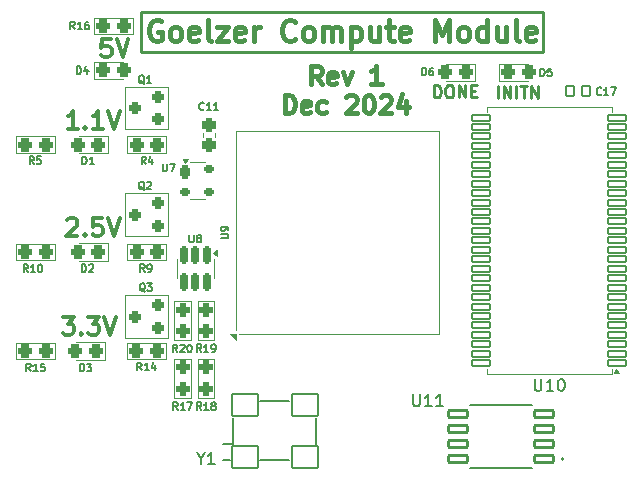
<source format=gbr>
%TF.GenerationSoftware,KiCad,Pcbnew,8.0.1*%
%TF.CreationDate,2024-12-16T00:39:24-05:00*%
%TF.ProjectId,cm,636d2e6b-6963-4616-945f-706362585858,rev?*%
%TF.SameCoordinates,Original*%
%TF.FileFunction,Legend,Top*%
%TF.FilePolarity,Positive*%
%FSLAX46Y46*%
G04 Gerber Fmt 4.6, Leading zero omitted, Abs format (unit mm)*
G04 Created by KiCad (PCBNEW 8.0.1) date 2024-12-16 00:39:24*
%MOMM*%
%LPD*%
G01*
G04 APERTURE LIST*
G04 Aperture macros list*
%AMRoundRect*
0 Rectangle with rounded corners*
0 $1 Rounding radius*
0 $2 $3 $4 $5 $6 $7 $8 $9 X,Y pos of 4 corners*
0 Add a 4 corners polygon primitive as box body*
4,1,4,$2,$3,$4,$5,$6,$7,$8,$9,$2,$3,0*
0 Add four circle primitives for the rounded corners*
1,1,$1+$1,$2,$3*
1,1,$1+$1,$4,$5*
1,1,$1+$1,$6,$7*
1,1,$1+$1,$8,$9*
0 Add four rect primitives between the rounded corners*
20,1,$1+$1,$2,$3,$4,$5,0*
20,1,$1+$1,$4,$5,$6,$7,0*
20,1,$1+$1,$6,$7,$8,$9,0*
20,1,$1+$1,$8,$9,$2,$3,0*%
G04 Aperture macros list end*
%ADD10C,0.254000*%
%ADD11C,0.375000*%
%ADD12C,0.381000*%
%ADD13C,0.150000*%
%ADD14C,0.127000*%
%ADD15C,0.120000*%
%ADD16C,0.200000*%
%ADD17RoundRect,0.238100X0.288100X0.238100X-0.288100X0.238100X-0.288100X-0.238100X0.288100X-0.238100X0*%
%ADD18RoundRect,0.275600X0.325600X0.275600X-0.325600X0.275600X-0.325600X-0.275600X0.325600X-0.275600X0*%
%ADD19C,2.852400*%
%ADD20C,0.550000*%
%ADD21RoundRect,0.275600X0.275600X-0.338100X0.275600X0.338100X-0.275600X0.338100X-0.275600X-0.338100X0*%
%ADD22RoundRect,0.098000X0.809000X0.294000X-0.809000X0.294000X-0.809000X-0.294000X0.809000X-0.294000X0*%
%ADD23RoundRect,0.188100X-0.188100X0.550600X-0.188100X-0.550600X0.188100X-0.550600X0.188100X0.550600X0*%
%ADD24RoundRect,0.275600X-0.325600X-0.275600X0.325600X-0.275600X0.325600X0.275600X-0.325600X0.275600X0*%
%ADD25RoundRect,0.076200X-1.100000X-0.900000X1.100000X-0.900000X1.100000X0.900000X-1.100000X0.900000X0*%
%ADD26RoundRect,0.213100X-0.213100X-0.363100X0.213100X-0.363100X0.213100X0.363100X-0.213100X0.363100X0*%
%ADD27RoundRect,0.188100X-0.238100X-0.188100X0.238100X-0.188100X0.238100X0.188100X-0.238100X0.188100X0*%
%ADD28RoundRect,0.275600X0.275600X-0.288100X0.275600X0.288100X-0.275600X0.288100X-0.275600X-0.288100X0*%
%ADD29RoundRect,0.076200X0.755000X0.229000X-0.755000X0.229000X-0.755000X-0.229000X0.755000X-0.229000X0*%
%ADD30RoundRect,0.275600X-0.275600X0.288100X-0.275600X-0.288100X0.275600X-0.288100X0.275600X0.288100X0*%
%ADD31RoundRect,0.076200X0.330200X0.419100X-0.330200X0.419100X-0.330200X-0.419100X0.330200X-0.419100X0*%
G04 APERTURE END LIST*
D10*
X102514400Y-60045600D02*
X136575800Y-60045600D01*
X136575800Y-63423800D01*
X102514400Y-63423800D01*
X102514400Y-60045600D01*
D11*
X96265024Y-77636985D02*
X96336452Y-77565557D01*
X96336452Y-77565557D02*
X96479310Y-77494128D01*
X96479310Y-77494128D02*
X96836452Y-77494128D01*
X96836452Y-77494128D02*
X96979310Y-77565557D01*
X96979310Y-77565557D02*
X97050738Y-77636985D01*
X97050738Y-77636985D02*
X97122167Y-77779842D01*
X97122167Y-77779842D02*
X97122167Y-77922700D01*
X97122167Y-77922700D02*
X97050738Y-78136985D01*
X97050738Y-78136985D02*
X96193595Y-78994128D01*
X96193595Y-78994128D02*
X97122167Y-78994128D01*
X97765023Y-78851271D02*
X97836452Y-78922700D01*
X97836452Y-78922700D02*
X97765023Y-78994128D01*
X97765023Y-78994128D02*
X97693595Y-78922700D01*
X97693595Y-78922700D02*
X97765023Y-78851271D01*
X97765023Y-78851271D02*
X97765023Y-78994128D01*
X99193595Y-77494128D02*
X98479309Y-77494128D01*
X98479309Y-77494128D02*
X98407881Y-78208414D01*
X98407881Y-78208414D02*
X98479309Y-78136985D01*
X98479309Y-78136985D02*
X98622167Y-78065557D01*
X98622167Y-78065557D02*
X98979309Y-78065557D01*
X98979309Y-78065557D02*
X99122167Y-78136985D01*
X99122167Y-78136985D02*
X99193595Y-78208414D01*
X99193595Y-78208414D02*
X99265024Y-78351271D01*
X99265024Y-78351271D02*
X99265024Y-78708414D01*
X99265024Y-78708414D02*
X99193595Y-78851271D01*
X99193595Y-78851271D02*
X99122167Y-78922700D01*
X99122167Y-78922700D02*
X98979309Y-78994128D01*
X98979309Y-78994128D02*
X98622167Y-78994128D01*
X98622167Y-78994128D02*
X98479309Y-78922700D01*
X98479309Y-78922700D02*
X98407881Y-78851271D01*
X99693595Y-77494128D02*
X100193595Y-78994128D01*
X100193595Y-78994128D02*
X100693595Y-77494128D01*
D10*
X132723466Y-67299452D02*
X132723466Y-66283452D01*
X133207276Y-67299452D02*
X133207276Y-66283452D01*
X133207276Y-66283452D02*
X133787848Y-67299452D01*
X133787848Y-67299452D02*
X133787848Y-66283452D01*
X134271657Y-67299452D02*
X134271657Y-66283452D01*
X134610324Y-66283452D02*
X135190896Y-66283452D01*
X134900610Y-67299452D02*
X134900610Y-66283452D01*
X135529562Y-67299452D02*
X135529562Y-66283452D01*
X135529562Y-66283452D02*
X136110134Y-67299452D01*
X136110134Y-67299452D02*
X136110134Y-66283452D01*
D11*
X99946338Y-62330328D02*
X99232052Y-62330328D01*
X99232052Y-62330328D02*
X99160624Y-63044614D01*
X99160624Y-63044614D02*
X99232052Y-62973185D01*
X99232052Y-62973185D02*
X99374910Y-62901757D01*
X99374910Y-62901757D02*
X99732052Y-62901757D01*
X99732052Y-62901757D02*
X99874910Y-62973185D01*
X99874910Y-62973185D02*
X99946338Y-63044614D01*
X99946338Y-63044614D02*
X100017767Y-63187471D01*
X100017767Y-63187471D02*
X100017767Y-63544614D01*
X100017767Y-63544614D02*
X99946338Y-63687471D01*
X99946338Y-63687471D02*
X99874910Y-63758900D01*
X99874910Y-63758900D02*
X99732052Y-63830328D01*
X99732052Y-63830328D02*
X99374910Y-63830328D01*
X99374910Y-63830328D02*
X99232052Y-63758900D01*
X99232052Y-63758900D02*
X99160624Y-63687471D01*
X100446338Y-62330328D02*
X100946338Y-63830328D01*
X100946338Y-63830328D02*
X101446338Y-62330328D01*
D12*
X104178098Y-60781862D02*
X104008765Y-60697195D01*
X104008765Y-60697195D02*
X103754765Y-60697195D01*
X103754765Y-60697195D02*
X103500765Y-60781862D01*
X103500765Y-60781862D02*
X103331432Y-60951195D01*
X103331432Y-60951195D02*
X103246765Y-61120529D01*
X103246765Y-61120529D02*
X103162098Y-61459195D01*
X103162098Y-61459195D02*
X103162098Y-61713195D01*
X103162098Y-61713195D02*
X103246765Y-62051862D01*
X103246765Y-62051862D02*
X103331432Y-62221195D01*
X103331432Y-62221195D02*
X103500765Y-62390529D01*
X103500765Y-62390529D02*
X103754765Y-62475195D01*
X103754765Y-62475195D02*
X103924098Y-62475195D01*
X103924098Y-62475195D02*
X104178098Y-62390529D01*
X104178098Y-62390529D02*
X104262765Y-62305862D01*
X104262765Y-62305862D02*
X104262765Y-61713195D01*
X104262765Y-61713195D02*
X103924098Y-61713195D01*
X105278765Y-62475195D02*
X105109432Y-62390529D01*
X105109432Y-62390529D02*
X105024765Y-62305862D01*
X105024765Y-62305862D02*
X104940098Y-62136529D01*
X104940098Y-62136529D02*
X104940098Y-61628529D01*
X104940098Y-61628529D02*
X105024765Y-61459195D01*
X105024765Y-61459195D02*
X105109432Y-61374529D01*
X105109432Y-61374529D02*
X105278765Y-61289862D01*
X105278765Y-61289862D02*
X105532765Y-61289862D01*
X105532765Y-61289862D02*
X105702098Y-61374529D01*
X105702098Y-61374529D02*
X105786765Y-61459195D01*
X105786765Y-61459195D02*
X105871432Y-61628529D01*
X105871432Y-61628529D02*
X105871432Y-62136529D01*
X105871432Y-62136529D02*
X105786765Y-62305862D01*
X105786765Y-62305862D02*
X105702098Y-62390529D01*
X105702098Y-62390529D02*
X105532765Y-62475195D01*
X105532765Y-62475195D02*
X105278765Y-62475195D01*
X107310765Y-62390529D02*
X107141432Y-62475195D01*
X107141432Y-62475195D02*
X106802765Y-62475195D01*
X106802765Y-62475195D02*
X106633432Y-62390529D01*
X106633432Y-62390529D02*
X106548765Y-62221195D01*
X106548765Y-62221195D02*
X106548765Y-61543862D01*
X106548765Y-61543862D02*
X106633432Y-61374529D01*
X106633432Y-61374529D02*
X106802765Y-61289862D01*
X106802765Y-61289862D02*
X107141432Y-61289862D01*
X107141432Y-61289862D02*
X107310765Y-61374529D01*
X107310765Y-61374529D02*
X107395432Y-61543862D01*
X107395432Y-61543862D02*
X107395432Y-61713195D01*
X107395432Y-61713195D02*
X106548765Y-61882529D01*
X108411432Y-62475195D02*
X108242099Y-62390529D01*
X108242099Y-62390529D02*
X108157432Y-62221195D01*
X108157432Y-62221195D02*
X108157432Y-60697195D01*
X108919432Y-61289862D02*
X109850765Y-61289862D01*
X109850765Y-61289862D02*
X108919432Y-62475195D01*
X108919432Y-62475195D02*
X109850765Y-62475195D01*
X111205431Y-62390529D02*
X111036098Y-62475195D01*
X111036098Y-62475195D02*
X110697431Y-62475195D01*
X110697431Y-62475195D02*
X110528098Y-62390529D01*
X110528098Y-62390529D02*
X110443431Y-62221195D01*
X110443431Y-62221195D02*
X110443431Y-61543862D01*
X110443431Y-61543862D02*
X110528098Y-61374529D01*
X110528098Y-61374529D02*
X110697431Y-61289862D01*
X110697431Y-61289862D02*
X111036098Y-61289862D01*
X111036098Y-61289862D02*
X111205431Y-61374529D01*
X111205431Y-61374529D02*
X111290098Y-61543862D01*
X111290098Y-61543862D02*
X111290098Y-61713195D01*
X111290098Y-61713195D02*
X110443431Y-61882529D01*
X112052098Y-62475195D02*
X112052098Y-61289862D01*
X112052098Y-61628529D02*
X112136765Y-61459195D01*
X112136765Y-61459195D02*
X112221431Y-61374529D01*
X112221431Y-61374529D02*
X112390765Y-61289862D01*
X112390765Y-61289862D02*
X112560098Y-61289862D01*
X115523432Y-62305862D02*
X115438765Y-62390529D01*
X115438765Y-62390529D02*
X115184765Y-62475195D01*
X115184765Y-62475195D02*
X115015432Y-62475195D01*
X115015432Y-62475195D02*
X114761432Y-62390529D01*
X114761432Y-62390529D02*
X114592099Y-62221195D01*
X114592099Y-62221195D02*
X114507432Y-62051862D01*
X114507432Y-62051862D02*
X114422765Y-61713195D01*
X114422765Y-61713195D02*
X114422765Y-61459195D01*
X114422765Y-61459195D02*
X114507432Y-61120529D01*
X114507432Y-61120529D02*
X114592099Y-60951195D01*
X114592099Y-60951195D02*
X114761432Y-60781862D01*
X114761432Y-60781862D02*
X115015432Y-60697195D01*
X115015432Y-60697195D02*
X115184765Y-60697195D01*
X115184765Y-60697195D02*
X115438765Y-60781862D01*
X115438765Y-60781862D02*
X115523432Y-60866529D01*
X116539432Y-62475195D02*
X116370099Y-62390529D01*
X116370099Y-62390529D02*
X116285432Y-62305862D01*
X116285432Y-62305862D02*
X116200765Y-62136529D01*
X116200765Y-62136529D02*
X116200765Y-61628529D01*
X116200765Y-61628529D02*
X116285432Y-61459195D01*
X116285432Y-61459195D02*
X116370099Y-61374529D01*
X116370099Y-61374529D02*
X116539432Y-61289862D01*
X116539432Y-61289862D02*
X116793432Y-61289862D01*
X116793432Y-61289862D02*
X116962765Y-61374529D01*
X116962765Y-61374529D02*
X117047432Y-61459195D01*
X117047432Y-61459195D02*
X117132099Y-61628529D01*
X117132099Y-61628529D02*
X117132099Y-62136529D01*
X117132099Y-62136529D02*
X117047432Y-62305862D01*
X117047432Y-62305862D02*
X116962765Y-62390529D01*
X116962765Y-62390529D02*
X116793432Y-62475195D01*
X116793432Y-62475195D02*
X116539432Y-62475195D01*
X117894099Y-62475195D02*
X117894099Y-61289862D01*
X117894099Y-61459195D02*
X117978766Y-61374529D01*
X117978766Y-61374529D02*
X118148099Y-61289862D01*
X118148099Y-61289862D02*
X118402099Y-61289862D01*
X118402099Y-61289862D02*
X118571432Y-61374529D01*
X118571432Y-61374529D02*
X118656099Y-61543862D01*
X118656099Y-61543862D02*
X118656099Y-62475195D01*
X118656099Y-61543862D02*
X118740766Y-61374529D01*
X118740766Y-61374529D02*
X118910099Y-61289862D01*
X118910099Y-61289862D02*
X119164099Y-61289862D01*
X119164099Y-61289862D02*
X119333432Y-61374529D01*
X119333432Y-61374529D02*
X119418099Y-61543862D01*
X119418099Y-61543862D02*
X119418099Y-62475195D01*
X120264766Y-61289862D02*
X120264766Y-63067862D01*
X120264766Y-61374529D02*
X120434099Y-61289862D01*
X120434099Y-61289862D02*
X120772766Y-61289862D01*
X120772766Y-61289862D02*
X120942099Y-61374529D01*
X120942099Y-61374529D02*
X121026766Y-61459195D01*
X121026766Y-61459195D02*
X121111433Y-61628529D01*
X121111433Y-61628529D02*
X121111433Y-62136529D01*
X121111433Y-62136529D02*
X121026766Y-62305862D01*
X121026766Y-62305862D02*
X120942099Y-62390529D01*
X120942099Y-62390529D02*
X120772766Y-62475195D01*
X120772766Y-62475195D02*
X120434099Y-62475195D01*
X120434099Y-62475195D02*
X120264766Y-62390529D01*
X122635433Y-61289862D02*
X122635433Y-62475195D01*
X121873433Y-61289862D02*
X121873433Y-62221195D01*
X121873433Y-62221195D02*
X121958100Y-62390529D01*
X121958100Y-62390529D02*
X122127433Y-62475195D01*
X122127433Y-62475195D02*
X122381433Y-62475195D01*
X122381433Y-62475195D02*
X122550766Y-62390529D01*
X122550766Y-62390529D02*
X122635433Y-62305862D01*
X123228100Y-61289862D02*
X123905433Y-61289862D01*
X123482100Y-60697195D02*
X123482100Y-62221195D01*
X123482100Y-62221195D02*
X123566767Y-62390529D01*
X123566767Y-62390529D02*
X123736100Y-62475195D01*
X123736100Y-62475195D02*
X123905433Y-62475195D01*
X125175433Y-62390529D02*
X125006100Y-62475195D01*
X125006100Y-62475195D02*
X124667433Y-62475195D01*
X124667433Y-62475195D02*
X124498100Y-62390529D01*
X124498100Y-62390529D02*
X124413433Y-62221195D01*
X124413433Y-62221195D02*
X124413433Y-61543862D01*
X124413433Y-61543862D02*
X124498100Y-61374529D01*
X124498100Y-61374529D02*
X124667433Y-61289862D01*
X124667433Y-61289862D02*
X125006100Y-61289862D01*
X125006100Y-61289862D02*
X125175433Y-61374529D01*
X125175433Y-61374529D02*
X125260100Y-61543862D01*
X125260100Y-61543862D02*
X125260100Y-61713195D01*
X125260100Y-61713195D02*
X124413433Y-61882529D01*
X127376767Y-62475195D02*
X127376767Y-60697195D01*
X127376767Y-60697195D02*
X127969434Y-61967195D01*
X127969434Y-61967195D02*
X128562100Y-60697195D01*
X128562100Y-60697195D02*
X128562100Y-62475195D01*
X129662767Y-62475195D02*
X129493434Y-62390529D01*
X129493434Y-62390529D02*
X129408767Y-62305862D01*
X129408767Y-62305862D02*
X129324100Y-62136529D01*
X129324100Y-62136529D02*
X129324100Y-61628529D01*
X129324100Y-61628529D02*
X129408767Y-61459195D01*
X129408767Y-61459195D02*
X129493434Y-61374529D01*
X129493434Y-61374529D02*
X129662767Y-61289862D01*
X129662767Y-61289862D02*
X129916767Y-61289862D01*
X129916767Y-61289862D02*
X130086100Y-61374529D01*
X130086100Y-61374529D02*
X130170767Y-61459195D01*
X130170767Y-61459195D02*
X130255434Y-61628529D01*
X130255434Y-61628529D02*
X130255434Y-62136529D01*
X130255434Y-62136529D02*
X130170767Y-62305862D01*
X130170767Y-62305862D02*
X130086100Y-62390529D01*
X130086100Y-62390529D02*
X129916767Y-62475195D01*
X129916767Y-62475195D02*
X129662767Y-62475195D01*
X131779434Y-62475195D02*
X131779434Y-60697195D01*
X131779434Y-62390529D02*
X131610101Y-62475195D01*
X131610101Y-62475195D02*
X131271434Y-62475195D01*
X131271434Y-62475195D02*
X131102101Y-62390529D01*
X131102101Y-62390529D02*
X131017434Y-62305862D01*
X131017434Y-62305862D02*
X130932767Y-62136529D01*
X130932767Y-62136529D02*
X130932767Y-61628529D01*
X130932767Y-61628529D02*
X131017434Y-61459195D01*
X131017434Y-61459195D02*
X131102101Y-61374529D01*
X131102101Y-61374529D02*
X131271434Y-61289862D01*
X131271434Y-61289862D02*
X131610101Y-61289862D01*
X131610101Y-61289862D02*
X131779434Y-61374529D01*
X133388101Y-61289862D02*
X133388101Y-62475195D01*
X132626101Y-61289862D02*
X132626101Y-62221195D01*
X132626101Y-62221195D02*
X132710768Y-62390529D01*
X132710768Y-62390529D02*
X132880101Y-62475195D01*
X132880101Y-62475195D02*
X133134101Y-62475195D01*
X133134101Y-62475195D02*
X133303434Y-62390529D01*
X133303434Y-62390529D02*
X133388101Y-62305862D01*
X134488768Y-62475195D02*
X134319435Y-62390529D01*
X134319435Y-62390529D02*
X134234768Y-62221195D01*
X134234768Y-62221195D02*
X134234768Y-60697195D01*
X135843434Y-62390529D02*
X135674101Y-62475195D01*
X135674101Y-62475195D02*
X135335434Y-62475195D01*
X135335434Y-62475195D02*
X135166101Y-62390529D01*
X135166101Y-62390529D02*
X135081434Y-62221195D01*
X135081434Y-62221195D02*
X135081434Y-61543862D01*
X135081434Y-61543862D02*
X135166101Y-61374529D01*
X135166101Y-61374529D02*
X135335434Y-61289862D01*
X135335434Y-61289862D02*
X135674101Y-61289862D01*
X135674101Y-61289862D02*
X135843434Y-61374529D01*
X135843434Y-61374529D02*
X135928101Y-61543862D01*
X135928101Y-61543862D02*
X135928101Y-61713195D01*
X135928101Y-61713195D02*
X135081434Y-61882529D01*
D10*
X127318104Y-67248652D02*
X127318104Y-66232652D01*
X127318104Y-66232652D02*
X127560009Y-66232652D01*
X127560009Y-66232652D02*
X127705152Y-66281033D01*
X127705152Y-66281033D02*
X127801914Y-66377795D01*
X127801914Y-66377795D02*
X127850295Y-66474557D01*
X127850295Y-66474557D02*
X127898676Y-66668081D01*
X127898676Y-66668081D02*
X127898676Y-66813224D01*
X127898676Y-66813224D02*
X127850295Y-67006748D01*
X127850295Y-67006748D02*
X127801914Y-67103510D01*
X127801914Y-67103510D02*
X127705152Y-67200272D01*
X127705152Y-67200272D02*
X127560009Y-67248652D01*
X127560009Y-67248652D02*
X127318104Y-67248652D01*
X128527628Y-66232652D02*
X128721152Y-66232652D01*
X128721152Y-66232652D02*
X128817914Y-66281033D01*
X128817914Y-66281033D02*
X128914676Y-66377795D01*
X128914676Y-66377795D02*
X128963057Y-66571319D01*
X128963057Y-66571319D02*
X128963057Y-66909986D01*
X128963057Y-66909986D02*
X128914676Y-67103510D01*
X128914676Y-67103510D02*
X128817914Y-67200272D01*
X128817914Y-67200272D02*
X128721152Y-67248652D01*
X128721152Y-67248652D02*
X128527628Y-67248652D01*
X128527628Y-67248652D02*
X128430866Y-67200272D01*
X128430866Y-67200272D02*
X128334104Y-67103510D01*
X128334104Y-67103510D02*
X128285723Y-66909986D01*
X128285723Y-66909986D02*
X128285723Y-66571319D01*
X128285723Y-66571319D02*
X128334104Y-66377795D01*
X128334104Y-66377795D02*
X128430866Y-66281033D01*
X128430866Y-66281033D02*
X128527628Y-66232652D01*
X129398485Y-67248652D02*
X129398485Y-66232652D01*
X129398485Y-66232652D02*
X129979057Y-67248652D01*
X129979057Y-67248652D02*
X129979057Y-66232652D01*
X130462866Y-66716462D02*
X130801533Y-66716462D01*
X130946676Y-67248652D02*
X130462866Y-67248652D01*
X130462866Y-67248652D02*
X130462866Y-66232652D01*
X130462866Y-66232652D02*
X130946676Y-66232652D01*
D11*
X97147567Y-69926328D02*
X96290424Y-69926328D01*
X96718995Y-69926328D02*
X96718995Y-68426328D01*
X96718995Y-68426328D02*
X96576138Y-68640614D01*
X96576138Y-68640614D02*
X96433281Y-68783471D01*
X96433281Y-68783471D02*
X96290424Y-68854900D01*
X97790423Y-69783471D02*
X97861852Y-69854900D01*
X97861852Y-69854900D02*
X97790423Y-69926328D01*
X97790423Y-69926328D02*
X97718995Y-69854900D01*
X97718995Y-69854900D02*
X97790423Y-69783471D01*
X97790423Y-69783471D02*
X97790423Y-69926328D01*
X99290424Y-69926328D02*
X98433281Y-69926328D01*
X98861852Y-69926328D02*
X98861852Y-68426328D01*
X98861852Y-68426328D02*
X98718995Y-68640614D01*
X98718995Y-68640614D02*
X98576138Y-68783471D01*
X98576138Y-68783471D02*
X98433281Y-68854900D01*
X99718995Y-68426328D02*
X100218995Y-69926328D01*
X100218995Y-69926328D02*
X100718995Y-68426328D01*
X95888795Y-85825328D02*
X96817367Y-85825328D01*
X96817367Y-85825328D02*
X96317367Y-86396757D01*
X96317367Y-86396757D02*
X96531652Y-86396757D01*
X96531652Y-86396757D02*
X96674510Y-86468185D01*
X96674510Y-86468185D02*
X96745938Y-86539614D01*
X96745938Y-86539614D02*
X96817367Y-86682471D01*
X96817367Y-86682471D02*
X96817367Y-87039614D01*
X96817367Y-87039614D02*
X96745938Y-87182471D01*
X96745938Y-87182471D02*
X96674510Y-87253900D01*
X96674510Y-87253900D02*
X96531652Y-87325328D01*
X96531652Y-87325328D02*
X96103081Y-87325328D01*
X96103081Y-87325328D02*
X95960224Y-87253900D01*
X95960224Y-87253900D02*
X95888795Y-87182471D01*
X97460223Y-87182471D02*
X97531652Y-87253900D01*
X97531652Y-87253900D02*
X97460223Y-87325328D01*
X97460223Y-87325328D02*
X97388795Y-87253900D01*
X97388795Y-87253900D02*
X97460223Y-87182471D01*
X97460223Y-87182471D02*
X97460223Y-87325328D01*
X98031652Y-85825328D02*
X98960224Y-85825328D01*
X98960224Y-85825328D02*
X98460224Y-86396757D01*
X98460224Y-86396757D02*
X98674509Y-86396757D01*
X98674509Y-86396757D02*
X98817367Y-86468185D01*
X98817367Y-86468185D02*
X98888795Y-86539614D01*
X98888795Y-86539614D02*
X98960224Y-86682471D01*
X98960224Y-86682471D02*
X98960224Y-87039614D01*
X98960224Y-87039614D02*
X98888795Y-87182471D01*
X98888795Y-87182471D02*
X98817367Y-87253900D01*
X98817367Y-87253900D02*
X98674509Y-87325328D01*
X98674509Y-87325328D02*
X98245938Y-87325328D01*
X98245938Y-87325328D02*
X98103081Y-87253900D01*
X98103081Y-87253900D02*
X98031652Y-87182471D01*
X99388795Y-85825328D02*
X99888795Y-87325328D01*
X99888795Y-87325328D02*
X100388795Y-85825328D01*
D12*
X117794314Y-66123324D02*
X117286314Y-65397610D01*
X116923457Y-66123324D02*
X116923457Y-64599324D01*
X116923457Y-64599324D02*
X117504028Y-64599324D01*
X117504028Y-64599324D02*
X117649171Y-64671895D01*
X117649171Y-64671895D02*
X117721742Y-64744467D01*
X117721742Y-64744467D02*
X117794314Y-64889610D01*
X117794314Y-64889610D02*
X117794314Y-65107324D01*
X117794314Y-65107324D02*
X117721742Y-65252467D01*
X117721742Y-65252467D02*
X117649171Y-65325038D01*
X117649171Y-65325038D02*
X117504028Y-65397610D01*
X117504028Y-65397610D02*
X116923457Y-65397610D01*
X119028028Y-66050753D02*
X118882885Y-66123324D01*
X118882885Y-66123324D02*
X118592600Y-66123324D01*
X118592600Y-66123324D02*
X118447457Y-66050753D01*
X118447457Y-66050753D02*
X118374885Y-65905610D01*
X118374885Y-65905610D02*
X118374885Y-65325038D01*
X118374885Y-65325038D02*
X118447457Y-65179895D01*
X118447457Y-65179895D02*
X118592600Y-65107324D01*
X118592600Y-65107324D02*
X118882885Y-65107324D01*
X118882885Y-65107324D02*
X119028028Y-65179895D01*
X119028028Y-65179895D02*
X119100600Y-65325038D01*
X119100600Y-65325038D02*
X119100600Y-65470181D01*
X119100600Y-65470181D02*
X118374885Y-65615324D01*
X119608600Y-65107324D02*
X119971457Y-66123324D01*
X119971457Y-66123324D02*
X120334314Y-65107324D01*
X122874314Y-66123324D02*
X122003457Y-66123324D01*
X122438886Y-66123324D02*
X122438886Y-64599324D01*
X122438886Y-64599324D02*
X122293743Y-64817038D01*
X122293743Y-64817038D02*
X122148600Y-64962181D01*
X122148600Y-64962181D02*
X122003457Y-65034753D01*
X114673742Y-68576879D02*
X114673742Y-67052879D01*
X114673742Y-67052879D02*
X115036599Y-67052879D01*
X115036599Y-67052879D02*
X115254313Y-67125450D01*
X115254313Y-67125450D02*
X115399456Y-67270593D01*
X115399456Y-67270593D02*
X115472027Y-67415736D01*
X115472027Y-67415736D02*
X115544599Y-67706022D01*
X115544599Y-67706022D02*
X115544599Y-67923736D01*
X115544599Y-67923736D02*
X115472027Y-68214022D01*
X115472027Y-68214022D02*
X115399456Y-68359165D01*
X115399456Y-68359165D02*
X115254313Y-68504308D01*
X115254313Y-68504308D02*
X115036599Y-68576879D01*
X115036599Y-68576879D02*
X114673742Y-68576879D01*
X116778313Y-68504308D02*
X116633170Y-68576879D01*
X116633170Y-68576879D02*
X116342885Y-68576879D01*
X116342885Y-68576879D02*
X116197742Y-68504308D01*
X116197742Y-68504308D02*
X116125170Y-68359165D01*
X116125170Y-68359165D02*
X116125170Y-67778593D01*
X116125170Y-67778593D02*
X116197742Y-67633450D01*
X116197742Y-67633450D02*
X116342885Y-67560879D01*
X116342885Y-67560879D02*
X116633170Y-67560879D01*
X116633170Y-67560879D02*
X116778313Y-67633450D01*
X116778313Y-67633450D02*
X116850885Y-67778593D01*
X116850885Y-67778593D02*
X116850885Y-67923736D01*
X116850885Y-67923736D02*
X116125170Y-68068879D01*
X118157171Y-68504308D02*
X118012028Y-68576879D01*
X118012028Y-68576879D02*
X117721742Y-68576879D01*
X117721742Y-68576879D02*
X117576599Y-68504308D01*
X117576599Y-68504308D02*
X117504028Y-68431736D01*
X117504028Y-68431736D02*
X117431456Y-68286593D01*
X117431456Y-68286593D02*
X117431456Y-67851165D01*
X117431456Y-67851165D02*
X117504028Y-67706022D01*
X117504028Y-67706022D02*
X117576599Y-67633450D01*
X117576599Y-67633450D02*
X117721742Y-67560879D01*
X117721742Y-67560879D02*
X118012028Y-67560879D01*
X118012028Y-67560879D02*
X118157171Y-67633450D01*
X119898885Y-67198022D02*
X119971457Y-67125450D01*
X119971457Y-67125450D02*
X120116600Y-67052879D01*
X120116600Y-67052879D02*
X120479457Y-67052879D01*
X120479457Y-67052879D02*
X120624600Y-67125450D01*
X120624600Y-67125450D02*
X120697171Y-67198022D01*
X120697171Y-67198022D02*
X120769742Y-67343165D01*
X120769742Y-67343165D02*
X120769742Y-67488308D01*
X120769742Y-67488308D02*
X120697171Y-67706022D01*
X120697171Y-67706022D02*
X119826314Y-68576879D01*
X119826314Y-68576879D02*
X120769742Y-68576879D01*
X121713171Y-67052879D02*
X121858314Y-67052879D01*
X121858314Y-67052879D02*
X122003457Y-67125450D01*
X122003457Y-67125450D02*
X122076029Y-67198022D01*
X122076029Y-67198022D02*
X122148600Y-67343165D01*
X122148600Y-67343165D02*
X122221171Y-67633450D01*
X122221171Y-67633450D02*
X122221171Y-67996308D01*
X122221171Y-67996308D02*
X122148600Y-68286593D01*
X122148600Y-68286593D02*
X122076029Y-68431736D01*
X122076029Y-68431736D02*
X122003457Y-68504308D01*
X122003457Y-68504308D02*
X121858314Y-68576879D01*
X121858314Y-68576879D02*
X121713171Y-68576879D01*
X121713171Y-68576879D02*
X121568029Y-68504308D01*
X121568029Y-68504308D02*
X121495457Y-68431736D01*
X121495457Y-68431736D02*
X121422886Y-68286593D01*
X121422886Y-68286593D02*
X121350314Y-67996308D01*
X121350314Y-67996308D02*
X121350314Y-67633450D01*
X121350314Y-67633450D02*
X121422886Y-67343165D01*
X121422886Y-67343165D02*
X121495457Y-67198022D01*
X121495457Y-67198022D02*
X121568029Y-67125450D01*
X121568029Y-67125450D02*
X121713171Y-67052879D01*
X122801743Y-67198022D02*
X122874315Y-67125450D01*
X122874315Y-67125450D02*
X123019458Y-67052879D01*
X123019458Y-67052879D02*
X123382315Y-67052879D01*
X123382315Y-67052879D02*
X123527458Y-67125450D01*
X123527458Y-67125450D02*
X123600029Y-67198022D01*
X123600029Y-67198022D02*
X123672600Y-67343165D01*
X123672600Y-67343165D02*
X123672600Y-67488308D01*
X123672600Y-67488308D02*
X123600029Y-67706022D01*
X123600029Y-67706022D02*
X122729172Y-68576879D01*
X122729172Y-68576879D02*
X123672600Y-68576879D01*
X124978887Y-67560879D02*
X124978887Y-68576879D01*
X124616029Y-66980308D02*
X124253172Y-68068879D01*
X124253172Y-68068879D02*
X125196601Y-68068879D01*
D13*
X102784123Y-66081639D02*
X102723647Y-66051401D01*
X102723647Y-66051401D02*
X102663171Y-65990925D01*
X102663171Y-65990925D02*
X102572457Y-65900210D01*
X102572457Y-65900210D02*
X102511980Y-65869972D01*
X102511980Y-65869972D02*
X102451504Y-65869972D01*
X102481742Y-66021163D02*
X102421266Y-65990925D01*
X102421266Y-65990925D02*
X102360790Y-65930448D01*
X102360790Y-65930448D02*
X102330552Y-65809496D01*
X102330552Y-65809496D02*
X102330552Y-65597829D01*
X102330552Y-65597829D02*
X102360790Y-65476877D01*
X102360790Y-65476877D02*
X102421266Y-65416401D01*
X102421266Y-65416401D02*
X102481742Y-65386163D01*
X102481742Y-65386163D02*
X102602695Y-65386163D01*
X102602695Y-65386163D02*
X102663171Y-65416401D01*
X102663171Y-65416401D02*
X102723647Y-65476877D01*
X102723647Y-65476877D02*
X102753885Y-65597829D01*
X102753885Y-65597829D02*
X102753885Y-65809496D01*
X102753885Y-65809496D02*
X102723647Y-65930448D01*
X102723647Y-65930448D02*
X102663171Y-65990925D01*
X102663171Y-65990925D02*
X102602695Y-66021163D01*
X102602695Y-66021163D02*
X102481742Y-66021163D01*
X103358647Y-66021163D02*
X102995790Y-66021163D01*
X103177218Y-66021163D02*
X103177218Y-65386163D01*
X103177218Y-65386163D02*
X103116742Y-65476877D01*
X103116742Y-65476877D02*
X103056266Y-65537353D01*
X103056266Y-65537353D02*
X102995790Y-65567591D01*
X97499109Y-82023163D02*
X97499109Y-81388163D01*
X97499109Y-81388163D02*
X97650299Y-81388163D01*
X97650299Y-81388163D02*
X97741014Y-81418401D01*
X97741014Y-81418401D02*
X97801490Y-81478877D01*
X97801490Y-81478877D02*
X97831728Y-81539353D01*
X97831728Y-81539353D02*
X97861966Y-81660305D01*
X97861966Y-81660305D02*
X97861966Y-81751020D01*
X97861966Y-81751020D02*
X97831728Y-81871972D01*
X97831728Y-81871972D02*
X97801490Y-81932448D01*
X97801490Y-81932448D02*
X97741014Y-81992925D01*
X97741014Y-81992925D02*
X97650299Y-82023163D01*
X97650299Y-82023163D02*
X97499109Y-82023163D01*
X98103871Y-81448639D02*
X98134109Y-81418401D01*
X98134109Y-81418401D02*
X98194585Y-81388163D01*
X98194585Y-81388163D02*
X98345776Y-81388163D01*
X98345776Y-81388163D02*
X98406252Y-81418401D01*
X98406252Y-81418401D02*
X98436490Y-81448639D01*
X98436490Y-81448639D02*
X98466728Y-81509115D01*
X98466728Y-81509115D02*
X98466728Y-81569591D01*
X98466728Y-81569591D02*
X98436490Y-81660305D01*
X98436490Y-81660305D02*
X98073633Y-82023163D01*
X98073633Y-82023163D02*
X98466728Y-82023163D01*
X97549909Y-72904563D02*
X97549909Y-72269563D01*
X97549909Y-72269563D02*
X97701099Y-72269563D01*
X97701099Y-72269563D02*
X97791814Y-72299801D01*
X97791814Y-72299801D02*
X97852290Y-72360277D01*
X97852290Y-72360277D02*
X97882528Y-72420753D01*
X97882528Y-72420753D02*
X97912766Y-72541705D01*
X97912766Y-72541705D02*
X97912766Y-72632420D01*
X97912766Y-72632420D02*
X97882528Y-72753372D01*
X97882528Y-72753372D02*
X97852290Y-72813848D01*
X97852290Y-72813848D02*
X97791814Y-72874325D01*
X97791814Y-72874325D02*
X97701099Y-72904563D01*
X97701099Y-72904563D02*
X97549909Y-72904563D01*
X98517528Y-72904563D02*
X98154671Y-72904563D01*
X98336099Y-72904563D02*
X98336099Y-72269563D01*
X98336099Y-72269563D02*
X98275623Y-72360277D01*
X98275623Y-72360277D02*
X98215147Y-72420753D01*
X98215147Y-72420753D02*
X98154671Y-72450991D01*
X96899185Y-61474563D02*
X96687518Y-61172182D01*
X96536328Y-61474563D02*
X96536328Y-60839563D01*
X96536328Y-60839563D02*
X96778233Y-60839563D01*
X96778233Y-60839563D02*
X96838709Y-60869801D01*
X96838709Y-60869801D02*
X96868947Y-60900039D01*
X96868947Y-60900039D02*
X96899185Y-60960515D01*
X96899185Y-60960515D02*
X96899185Y-61051229D01*
X96899185Y-61051229D02*
X96868947Y-61111705D01*
X96868947Y-61111705D02*
X96838709Y-61141944D01*
X96838709Y-61141944D02*
X96778233Y-61172182D01*
X96778233Y-61172182D02*
X96536328Y-61172182D01*
X97503947Y-61474563D02*
X97141090Y-61474563D01*
X97322518Y-61474563D02*
X97322518Y-60839563D01*
X97322518Y-60839563D02*
X97262042Y-60930277D01*
X97262042Y-60930277D02*
X97201566Y-60990753D01*
X97201566Y-60990753D02*
X97141090Y-61020991D01*
X98048233Y-60839563D02*
X97927280Y-60839563D01*
X97927280Y-60839563D02*
X97866804Y-60869801D01*
X97866804Y-60869801D02*
X97836566Y-60900039D01*
X97836566Y-60900039D02*
X97776090Y-60990753D01*
X97776090Y-60990753D02*
X97745852Y-61111705D01*
X97745852Y-61111705D02*
X97745852Y-61353610D01*
X97745852Y-61353610D02*
X97776090Y-61414086D01*
X97776090Y-61414086D02*
X97806328Y-61444325D01*
X97806328Y-61444325D02*
X97866804Y-61474563D01*
X97866804Y-61474563D02*
X97987757Y-61474563D01*
X97987757Y-61474563D02*
X98048233Y-61444325D01*
X98048233Y-61444325D02*
X98078471Y-61414086D01*
X98078471Y-61414086D02*
X98108709Y-61353610D01*
X98108709Y-61353610D02*
X98108709Y-61202420D01*
X98108709Y-61202420D02*
X98078471Y-61141944D01*
X98078471Y-61141944D02*
X98048233Y-61111705D01*
X98048233Y-61111705D02*
X97987757Y-61081467D01*
X97987757Y-61081467D02*
X97866804Y-61081467D01*
X97866804Y-61081467D02*
X97806328Y-61111705D01*
X97806328Y-61111705D02*
X97776090Y-61141944D01*
X97776090Y-61141944D02*
X97745852Y-61202420D01*
D14*
X126302709Y-65387359D02*
X126302709Y-64752359D01*
X126302709Y-64752359D02*
X126453899Y-64752359D01*
X126453899Y-64752359D02*
X126544614Y-64782597D01*
X126544614Y-64782597D02*
X126605090Y-64843073D01*
X126605090Y-64843073D02*
X126635328Y-64903549D01*
X126635328Y-64903549D02*
X126665566Y-65024501D01*
X126665566Y-65024501D02*
X126665566Y-65115216D01*
X126665566Y-65115216D02*
X126635328Y-65236168D01*
X126635328Y-65236168D02*
X126605090Y-65296644D01*
X126605090Y-65296644D02*
X126544614Y-65357121D01*
X126544614Y-65357121D02*
X126453899Y-65387359D01*
X126453899Y-65387359D02*
X126302709Y-65387359D01*
X127209852Y-64752359D02*
X127088899Y-64752359D01*
X127088899Y-64752359D02*
X127028423Y-64782597D01*
X127028423Y-64782597D02*
X126998185Y-64812835D01*
X126998185Y-64812835D02*
X126937709Y-64903549D01*
X126937709Y-64903549D02*
X126907471Y-65024501D01*
X126907471Y-65024501D02*
X126907471Y-65266406D01*
X126907471Y-65266406D02*
X126937709Y-65326882D01*
X126937709Y-65326882D02*
X126967947Y-65357121D01*
X126967947Y-65357121D02*
X127028423Y-65387359D01*
X127028423Y-65387359D02*
X127149376Y-65387359D01*
X127149376Y-65387359D02*
X127209852Y-65357121D01*
X127209852Y-65357121D02*
X127240090Y-65326882D01*
X127240090Y-65326882D02*
X127270328Y-65266406D01*
X127270328Y-65266406D02*
X127270328Y-65115216D01*
X127270328Y-65115216D02*
X127240090Y-65054740D01*
X127240090Y-65054740D02*
X127209852Y-65024501D01*
X127209852Y-65024501D02*
X127149376Y-64994263D01*
X127149376Y-64994263D02*
X127028423Y-64994263D01*
X127028423Y-64994263D02*
X126967947Y-65024501D01*
X126967947Y-65024501D02*
X126937709Y-65054740D01*
X126937709Y-65054740D02*
X126907471Y-65115216D01*
D13*
X97346709Y-90441963D02*
X97346709Y-89806963D01*
X97346709Y-89806963D02*
X97497899Y-89806963D01*
X97497899Y-89806963D02*
X97588614Y-89837201D01*
X97588614Y-89837201D02*
X97649090Y-89897677D01*
X97649090Y-89897677D02*
X97679328Y-89958153D01*
X97679328Y-89958153D02*
X97709566Y-90079105D01*
X97709566Y-90079105D02*
X97709566Y-90169820D01*
X97709566Y-90169820D02*
X97679328Y-90290772D01*
X97679328Y-90290772D02*
X97649090Y-90351248D01*
X97649090Y-90351248D02*
X97588614Y-90411725D01*
X97588614Y-90411725D02*
X97497899Y-90441963D01*
X97497899Y-90441963D02*
X97346709Y-90441963D01*
X97921233Y-89806963D02*
X98314328Y-89806963D01*
X98314328Y-89806963D02*
X98102661Y-90048867D01*
X98102661Y-90048867D02*
X98193376Y-90048867D01*
X98193376Y-90048867D02*
X98253852Y-90079105D01*
X98253852Y-90079105D02*
X98284090Y-90109344D01*
X98284090Y-90109344D02*
X98314328Y-90169820D01*
X98314328Y-90169820D02*
X98314328Y-90321010D01*
X98314328Y-90321010D02*
X98284090Y-90381486D01*
X98284090Y-90381486D02*
X98253852Y-90411725D01*
X98253852Y-90411725D02*
X98193376Y-90441963D01*
X98193376Y-90441963D02*
X98011947Y-90441963D01*
X98011947Y-90441963D02*
X97951471Y-90411725D01*
X97951471Y-90411725D02*
X97921233Y-90381486D01*
X109270963Y-79173809D02*
X109785010Y-79173809D01*
X109785010Y-79173809D02*
X109845486Y-79143571D01*
X109845486Y-79143571D02*
X109875725Y-79113333D01*
X109875725Y-79113333D02*
X109905963Y-79052857D01*
X109905963Y-79052857D02*
X109905963Y-78931904D01*
X109905963Y-78931904D02*
X109875725Y-78871428D01*
X109875725Y-78871428D02*
X109845486Y-78841190D01*
X109845486Y-78841190D02*
X109785010Y-78810952D01*
X109785010Y-78810952D02*
X109270963Y-78810952D01*
X109905963Y-78478333D02*
X109905963Y-78357381D01*
X109905963Y-78357381D02*
X109875725Y-78296904D01*
X109875725Y-78296904D02*
X109845486Y-78266666D01*
X109845486Y-78266666D02*
X109754772Y-78206190D01*
X109754772Y-78206190D02*
X109633820Y-78175952D01*
X109633820Y-78175952D02*
X109391915Y-78175952D01*
X109391915Y-78175952D02*
X109331439Y-78206190D01*
X109331439Y-78206190D02*
X109301201Y-78236428D01*
X109301201Y-78236428D02*
X109270963Y-78296904D01*
X109270963Y-78296904D02*
X109270963Y-78417857D01*
X109270963Y-78417857D02*
X109301201Y-78478333D01*
X109301201Y-78478333D02*
X109331439Y-78508571D01*
X109331439Y-78508571D02*
X109391915Y-78538809D01*
X109391915Y-78538809D02*
X109543105Y-78538809D01*
X109543105Y-78538809D02*
X109603582Y-78508571D01*
X109603582Y-78508571D02*
X109633820Y-78478333D01*
X109633820Y-78478333D02*
X109664058Y-78417857D01*
X109664058Y-78417857D02*
X109664058Y-78296904D01*
X109664058Y-78296904D02*
X109633820Y-78236428D01*
X109633820Y-78236428D02*
X109603582Y-78206190D01*
X109603582Y-78206190D02*
X109543105Y-78175952D01*
X107821185Y-68246686D02*
X107790947Y-68276925D01*
X107790947Y-68276925D02*
X107700233Y-68307163D01*
X107700233Y-68307163D02*
X107639757Y-68307163D01*
X107639757Y-68307163D02*
X107549042Y-68276925D01*
X107549042Y-68276925D02*
X107488566Y-68216448D01*
X107488566Y-68216448D02*
X107458328Y-68155972D01*
X107458328Y-68155972D02*
X107428090Y-68035020D01*
X107428090Y-68035020D02*
X107428090Y-67944305D01*
X107428090Y-67944305D02*
X107458328Y-67823353D01*
X107458328Y-67823353D02*
X107488566Y-67762877D01*
X107488566Y-67762877D02*
X107549042Y-67702401D01*
X107549042Y-67702401D02*
X107639757Y-67672163D01*
X107639757Y-67672163D02*
X107700233Y-67672163D01*
X107700233Y-67672163D02*
X107790947Y-67702401D01*
X107790947Y-67702401D02*
X107821185Y-67732639D01*
X108425947Y-68307163D02*
X108063090Y-68307163D01*
X108244518Y-68307163D02*
X108244518Y-67672163D01*
X108244518Y-67672163D02*
X108184042Y-67762877D01*
X108184042Y-67762877D02*
X108123566Y-67823353D01*
X108123566Y-67823353D02*
X108063090Y-67853591D01*
X109030709Y-68307163D02*
X108667852Y-68307163D01*
X108849280Y-68307163D02*
X108849280Y-67672163D01*
X108849280Y-67672163D02*
X108788804Y-67762877D01*
X108788804Y-67762877D02*
X108728328Y-67823353D01*
X108728328Y-67823353D02*
X108667852Y-67853591D01*
X92936785Y-82023163D02*
X92725118Y-81720782D01*
X92573928Y-82023163D02*
X92573928Y-81388163D01*
X92573928Y-81388163D02*
X92815833Y-81388163D01*
X92815833Y-81388163D02*
X92876309Y-81418401D01*
X92876309Y-81418401D02*
X92906547Y-81448639D01*
X92906547Y-81448639D02*
X92936785Y-81509115D01*
X92936785Y-81509115D02*
X92936785Y-81599829D01*
X92936785Y-81599829D02*
X92906547Y-81660305D01*
X92906547Y-81660305D02*
X92876309Y-81690544D01*
X92876309Y-81690544D02*
X92815833Y-81720782D01*
X92815833Y-81720782D02*
X92573928Y-81720782D01*
X93541547Y-82023163D02*
X93178690Y-82023163D01*
X93360118Y-82023163D02*
X93360118Y-81388163D01*
X93360118Y-81388163D02*
X93299642Y-81478877D01*
X93299642Y-81478877D02*
X93239166Y-81539353D01*
X93239166Y-81539353D02*
X93178690Y-81569591D01*
X93934642Y-81388163D02*
X93995119Y-81388163D01*
X93995119Y-81388163D02*
X94055595Y-81418401D01*
X94055595Y-81418401D02*
X94085833Y-81448639D01*
X94085833Y-81448639D02*
X94116071Y-81509115D01*
X94116071Y-81509115D02*
X94146309Y-81630067D01*
X94146309Y-81630067D02*
X94146309Y-81781258D01*
X94146309Y-81781258D02*
X94116071Y-81902210D01*
X94116071Y-81902210D02*
X94085833Y-81962686D01*
X94085833Y-81962686D02*
X94055595Y-81992925D01*
X94055595Y-81992925D02*
X93995119Y-82023163D01*
X93995119Y-82023163D02*
X93934642Y-82023163D01*
X93934642Y-82023163D02*
X93874166Y-81992925D01*
X93874166Y-81992925D02*
X93843928Y-81962686D01*
X93843928Y-81962686D02*
X93813690Y-81902210D01*
X93813690Y-81902210D02*
X93783452Y-81781258D01*
X93783452Y-81781258D02*
X93783452Y-81630067D01*
X93783452Y-81630067D02*
X93813690Y-81509115D01*
X93813690Y-81509115D02*
X93843928Y-81448639D01*
X93843928Y-81448639D02*
X93874166Y-81418401D01*
X93874166Y-81418401D02*
X93934642Y-81388163D01*
X125541905Y-92394819D02*
X125541905Y-93204342D01*
X125541905Y-93204342D02*
X125589524Y-93299580D01*
X125589524Y-93299580D02*
X125637143Y-93347200D01*
X125637143Y-93347200D02*
X125732381Y-93394819D01*
X125732381Y-93394819D02*
X125922857Y-93394819D01*
X125922857Y-93394819D02*
X126018095Y-93347200D01*
X126018095Y-93347200D02*
X126065714Y-93299580D01*
X126065714Y-93299580D02*
X126113333Y-93204342D01*
X126113333Y-93204342D02*
X126113333Y-92394819D01*
X127113333Y-93394819D02*
X126541905Y-93394819D01*
X126827619Y-93394819D02*
X126827619Y-92394819D01*
X126827619Y-92394819D02*
X126732381Y-92537676D01*
X126732381Y-92537676D02*
X126637143Y-92632914D01*
X126637143Y-92632914D02*
X126541905Y-92680533D01*
X128065714Y-93394819D02*
X127494286Y-93394819D01*
X127780000Y-93394819D02*
X127780000Y-92394819D01*
X127780000Y-92394819D02*
X127684762Y-92537676D01*
X127684762Y-92537676D02*
X127589524Y-92632914D01*
X127589524Y-92632914D02*
X127494286Y-92680533D01*
X102860323Y-83683839D02*
X102799847Y-83653601D01*
X102799847Y-83653601D02*
X102739371Y-83593125D01*
X102739371Y-83593125D02*
X102648657Y-83502410D01*
X102648657Y-83502410D02*
X102588180Y-83472172D01*
X102588180Y-83472172D02*
X102527704Y-83472172D01*
X102557942Y-83623363D02*
X102497466Y-83593125D01*
X102497466Y-83593125D02*
X102436990Y-83532648D01*
X102436990Y-83532648D02*
X102406752Y-83411696D01*
X102406752Y-83411696D02*
X102406752Y-83200029D01*
X102406752Y-83200029D02*
X102436990Y-83079077D01*
X102436990Y-83079077D02*
X102497466Y-83018601D01*
X102497466Y-83018601D02*
X102557942Y-82988363D01*
X102557942Y-82988363D02*
X102678895Y-82988363D01*
X102678895Y-82988363D02*
X102739371Y-83018601D01*
X102739371Y-83018601D02*
X102799847Y-83079077D01*
X102799847Y-83079077D02*
X102830085Y-83200029D01*
X102830085Y-83200029D02*
X102830085Y-83411696D01*
X102830085Y-83411696D02*
X102799847Y-83532648D01*
X102799847Y-83532648D02*
X102739371Y-83593125D01*
X102739371Y-83593125D02*
X102678895Y-83623363D01*
X102678895Y-83623363D02*
X102557942Y-83623363D01*
X103041752Y-82988363D02*
X103434847Y-82988363D01*
X103434847Y-82988363D02*
X103223180Y-83230267D01*
X103223180Y-83230267D02*
X103313895Y-83230267D01*
X103313895Y-83230267D02*
X103374371Y-83260505D01*
X103374371Y-83260505D02*
X103404609Y-83290744D01*
X103404609Y-83290744D02*
X103434847Y-83351220D01*
X103434847Y-83351220D02*
X103434847Y-83502410D01*
X103434847Y-83502410D02*
X103404609Y-83562886D01*
X103404609Y-83562886D02*
X103374371Y-83593125D01*
X103374371Y-83593125D02*
X103313895Y-83623363D01*
X103313895Y-83623363D02*
X103132466Y-83623363D01*
X103132466Y-83623363D02*
X103071990Y-83593125D01*
X103071990Y-83593125D02*
X103041752Y-83562886D01*
X106602590Y-78879063D02*
X106602590Y-79393110D01*
X106602590Y-79393110D02*
X106632828Y-79453586D01*
X106632828Y-79453586D02*
X106663066Y-79483825D01*
X106663066Y-79483825D02*
X106723542Y-79514063D01*
X106723542Y-79514063D02*
X106844495Y-79514063D01*
X106844495Y-79514063D02*
X106904971Y-79483825D01*
X106904971Y-79483825D02*
X106935209Y-79453586D01*
X106935209Y-79453586D02*
X106965447Y-79393110D01*
X106965447Y-79393110D02*
X106965447Y-78879063D01*
X107358542Y-79151205D02*
X107298066Y-79120967D01*
X107298066Y-79120967D02*
X107267828Y-79090729D01*
X107267828Y-79090729D02*
X107237590Y-79030253D01*
X107237590Y-79030253D02*
X107237590Y-79000015D01*
X107237590Y-79000015D02*
X107267828Y-78939539D01*
X107267828Y-78939539D02*
X107298066Y-78909301D01*
X107298066Y-78909301D02*
X107358542Y-78879063D01*
X107358542Y-78879063D02*
X107479495Y-78879063D01*
X107479495Y-78879063D02*
X107539971Y-78909301D01*
X107539971Y-78909301D02*
X107570209Y-78939539D01*
X107570209Y-78939539D02*
X107600447Y-79000015D01*
X107600447Y-79000015D02*
X107600447Y-79030253D01*
X107600447Y-79030253D02*
X107570209Y-79090729D01*
X107570209Y-79090729D02*
X107539971Y-79120967D01*
X107539971Y-79120967D02*
X107479495Y-79151205D01*
X107479495Y-79151205D02*
X107358542Y-79151205D01*
X107358542Y-79151205D02*
X107298066Y-79181444D01*
X107298066Y-79181444D02*
X107267828Y-79211682D01*
X107267828Y-79211682D02*
X107237590Y-79272158D01*
X107237590Y-79272158D02*
X107237590Y-79393110D01*
X107237590Y-79393110D02*
X107267828Y-79453586D01*
X107267828Y-79453586D02*
X107298066Y-79483825D01*
X107298066Y-79483825D02*
X107358542Y-79514063D01*
X107358542Y-79514063D02*
X107479495Y-79514063D01*
X107479495Y-79514063D02*
X107539971Y-79483825D01*
X107539971Y-79483825D02*
X107570209Y-79453586D01*
X107570209Y-79453586D02*
X107600447Y-79393110D01*
X107600447Y-79393110D02*
X107600447Y-79272158D01*
X107600447Y-79272158D02*
X107570209Y-79211682D01*
X107570209Y-79211682D02*
X107539971Y-79181444D01*
X107539971Y-79181444D02*
X107479495Y-79151205D01*
X97067309Y-65259163D02*
X97067309Y-64624163D01*
X97067309Y-64624163D02*
X97218499Y-64624163D01*
X97218499Y-64624163D02*
X97309214Y-64654401D01*
X97309214Y-64654401D02*
X97369690Y-64714877D01*
X97369690Y-64714877D02*
X97399928Y-64775353D01*
X97399928Y-64775353D02*
X97430166Y-64896305D01*
X97430166Y-64896305D02*
X97430166Y-64987020D01*
X97430166Y-64987020D02*
X97399928Y-65107972D01*
X97399928Y-65107972D02*
X97369690Y-65168448D01*
X97369690Y-65168448D02*
X97309214Y-65228925D01*
X97309214Y-65228925D02*
X97218499Y-65259163D01*
X97218499Y-65259163D02*
X97067309Y-65259163D01*
X97974452Y-64835829D02*
X97974452Y-65259163D01*
X97823261Y-64593925D02*
X97672071Y-65047496D01*
X97672071Y-65047496D02*
X98065166Y-65047496D01*
X107550609Y-97825628D02*
X107550609Y-98301819D01*
X107217276Y-97301819D02*
X107550609Y-97825628D01*
X107550609Y-97825628D02*
X107883942Y-97301819D01*
X108741085Y-98301819D02*
X108169657Y-98301819D01*
X108455371Y-98301819D02*
X108455371Y-97301819D01*
X108455371Y-97301819D02*
X108360133Y-97444676D01*
X108360133Y-97444676D02*
X108264895Y-97539914D01*
X108264895Y-97539914D02*
X108169657Y-97587533D01*
X102803566Y-82023163D02*
X102591899Y-81720782D01*
X102440709Y-82023163D02*
X102440709Y-81388163D01*
X102440709Y-81388163D02*
X102682614Y-81388163D01*
X102682614Y-81388163D02*
X102743090Y-81418401D01*
X102743090Y-81418401D02*
X102773328Y-81448639D01*
X102773328Y-81448639D02*
X102803566Y-81509115D01*
X102803566Y-81509115D02*
X102803566Y-81599829D01*
X102803566Y-81599829D02*
X102773328Y-81660305D01*
X102773328Y-81660305D02*
X102743090Y-81690544D01*
X102743090Y-81690544D02*
X102682614Y-81720782D01*
X102682614Y-81720782D02*
X102440709Y-81720782D01*
X103105947Y-82023163D02*
X103226899Y-82023163D01*
X103226899Y-82023163D02*
X103287376Y-81992925D01*
X103287376Y-81992925D02*
X103317614Y-81962686D01*
X103317614Y-81962686D02*
X103378090Y-81871972D01*
X103378090Y-81871972D02*
X103408328Y-81751020D01*
X103408328Y-81751020D02*
X103408328Y-81509115D01*
X103408328Y-81509115D02*
X103378090Y-81448639D01*
X103378090Y-81448639D02*
X103347852Y-81418401D01*
X103347852Y-81418401D02*
X103287376Y-81388163D01*
X103287376Y-81388163D02*
X103166423Y-81388163D01*
X103166423Y-81388163D02*
X103105947Y-81418401D01*
X103105947Y-81418401D02*
X103075709Y-81448639D01*
X103075709Y-81448639D02*
X103045471Y-81509115D01*
X103045471Y-81509115D02*
X103045471Y-81660305D01*
X103045471Y-81660305D02*
X103075709Y-81720782D01*
X103075709Y-81720782D02*
X103105947Y-81751020D01*
X103105947Y-81751020D02*
X103166423Y-81781258D01*
X103166423Y-81781258D02*
X103287376Y-81781258D01*
X103287376Y-81781258D02*
X103347852Y-81751020D01*
X103347852Y-81751020D02*
X103378090Y-81720782D01*
X103378090Y-81720782D02*
X103408328Y-81660305D01*
X102563385Y-90354363D02*
X102351718Y-90051982D01*
X102200528Y-90354363D02*
X102200528Y-89719363D01*
X102200528Y-89719363D02*
X102442433Y-89719363D01*
X102442433Y-89719363D02*
X102502909Y-89749601D01*
X102502909Y-89749601D02*
X102533147Y-89779839D01*
X102533147Y-89779839D02*
X102563385Y-89840315D01*
X102563385Y-89840315D02*
X102563385Y-89931029D01*
X102563385Y-89931029D02*
X102533147Y-89991505D01*
X102533147Y-89991505D02*
X102502909Y-90021744D01*
X102502909Y-90021744D02*
X102442433Y-90051982D01*
X102442433Y-90051982D02*
X102200528Y-90051982D01*
X103168147Y-90354363D02*
X102805290Y-90354363D01*
X102986718Y-90354363D02*
X102986718Y-89719363D01*
X102986718Y-89719363D02*
X102926242Y-89810077D01*
X102926242Y-89810077D02*
X102865766Y-89870553D01*
X102865766Y-89870553D02*
X102805290Y-89900791D01*
X103712433Y-89931029D02*
X103712433Y-90354363D01*
X103561242Y-89689125D02*
X103410052Y-90142696D01*
X103410052Y-90142696D02*
X103803147Y-90142696D01*
X104341990Y-72842463D02*
X104341990Y-73356510D01*
X104341990Y-73356510D02*
X104372228Y-73416986D01*
X104372228Y-73416986D02*
X104402466Y-73447225D01*
X104402466Y-73447225D02*
X104462942Y-73477463D01*
X104462942Y-73477463D02*
X104583895Y-73477463D01*
X104583895Y-73477463D02*
X104644371Y-73447225D01*
X104644371Y-73447225D02*
X104674609Y-73416986D01*
X104674609Y-73416986D02*
X104704847Y-73356510D01*
X104704847Y-73356510D02*
X104704847Y-72842463D01*
X104946752Y-72842463D02*
X105370085Y-72842463D01*
X105370085Y-72842463D02*
X105097942Y-73477463D01*
D14*
X136310309Y-65438159D02*
X136310309Y-64803159D01*
X136310309Y-64803159D02*
X136461499Y-64803159D01*
X136461499Y-64803159D02*
X136552214Y-64833397D01*
X136552214Y-64833397D02*
X136612690Y-64893873D01*
X136612690Y-64893873D02*
X136642928Y-64954349D01*
X136642928Y-64954349D02*
X136673166Y-65075301D01*
X136673166Y-65075301D02*
X136673166Y-65166016D01*
X136673166Y-65166016D02*
X136642928Y-65286968D01*
X136642928Y-65286968D02*
X136612690Y-65347444D01*
X136612690Y-65347444D02*
X136552214Y-65407921D01*
X136552214Y-65407921D02*
X136461499Y-65438159D01*
X136461499Y-65438159D02*
X136310309Y-65438159D01*
X137247690Y-64803159D02*
X136945309Y-64803159D01*
X136945309Y-64803159D02*
X136915071Y-65105540D01*
X136915071Y-65105540D02*
X136945309Y-65075301D01*
X136945309Y-65075301D02*
X137005785Y-65045063D01*
X137005785Y-65045063D02*
X137156976Y-65045063D01*
X137156976Y-65045063D02*
X137217452Y-65075301D01*
X137217452Y-65075301D02*
X137247690Y-65105540D01*
X137247690Y-65105540D02*
X137277928Y-65166016D01*
X137277928Y-65166016D02*
X137277928Y-65317206D01*
X137277928Y-65317206D02*
X137247690Y-65377682D01*
X137247690Y-65377682D02*
X137217452Y-65407921D01*
X137217452Y-65407921D02*
X137156976Y-65438159D01*
X137156976Y-65438159D02*
X137005785Y-65438159D01*
X137005785Y-65438159D02*
X136945309Y-65407921D01*
X136945309Y-65407921D02*
X136915071Y-65377682D01*
D13*
X102916566Y-72904563D02*
X102704899Y-72602182D01*
X102553709Y-72904563D02*
X102553709Y-72269563D01*
X102553709Y-72269563D02*
X102795614Y-72269563D01*
X102795614Y-72269563D02*
X102856090Y-72299801D01*
X102856090Y-72299801D02*
X102886328Y-72330039D01*
X102886328Y-72330039D02*
X102916566Y-72390515D01*
X102916566Y-72390515D02*
X102916566Y-72481229D01*
X102916566Y-72481229D02*
X102886328Y-72541705D01*
X102886328Y-72541705D02*
X102856090Y-72571944D01*
X102856090Y-72571944D02*
X102795614Y-72602182D01*
X102795614Y-72602182D02*
X102553709Y-72602182D01*
X103460852Y-72481229D02*
X103460852Y-72904563D01*
X103309661Y-72239325D02*
X103158471Y-72692896D01*
X103158471Y-72692896D02*
X103551566Y-72692896D01*
X107617985Y-93707163D02*
X107406318Y-93404782D01*
X107255128Y-93707163D02*
X107255128Y-93072163D01*
X107255128Y-93072163D02*
X107497033Y-93072163D01*
X107497033Y-93072163D02*
X107557509Y-93102401D01*
X107557509Y-93102401D02*
X107587747Y-93132639D01*
X107587747Y-93132639D02*
X107617985Y-93193115D01*
X107617985Y-93193115D02*
X107617985Y-93283829D01*
X107617985Y-93283829D02*
X107587747Y-93344305D01*
X107587747Y-93344305D02*
X107557509Y-93374544D01*
X107557509Y-93374544D02*
X107497033Y-93404782D01*
X107497033Y-93404782D02*
X107255128Y-93404782D01*
X108222747Y-93707163D02*
X107859890Y-93707163D01*
X108041318Y-93707163D02*
X108041318Y-93072163D01*
X108041318Y-93072163D02*
X107980842Y-93162877D01*
X107980842Y-93162877D02*
X107920366Y-93223353D01*
X107920366Y-93223353D02*
X107859890Y-93253591D01*
X108585604Y-93344305D02*
X108525128Y-93314067D01*
X108525128Y-93314067D02*
X108494890Y-93283829D01*
X108494890Y-93283829D02*
X108464652Y-93223353D01*
X108464652Y-93223353D02*
X108464652Y-93193115D01*
X108464652Y-93193115D02*
X108494890Y-93132639D01*
X108494890Y-93132639D02*
X108525128Y-93102401D01*
X108525128Y-93102401D02*
X108585604Y-93072163D01*
X108585604Y-93072163D02*
X108706557Y-93072163D01*
X108706557Y-93072163D02*
X108767033Y-93102401D01*
X108767033Y-93102401D02*
X108797271Y-93132639D01*
X108797271Y-93132639D02*
X108827509Y-93193115D01*
X108827509Y-93193115D02*
X108827509Y-93223353D01*
X108827509Y-93223353D02*
X108797271Y-93283829D01*
X108797271Y-93283829D02*
X108767033Y-93314067D01*
X108767033Y-93314067D02*
X108706557Y-93344305D01*
X108706557Y-93344305D02*
X108585604Y-93344305D01*
X108585604Y-93344305D02*
X108525128Y-93374544D01*
X108525128Y-93374544D02*
X108494890Y-93404782D01*
X108494890Y-93404782D02*
X108464652Y-93465258D01*
X108464652Y-93465258D02*
X108464652Y-93586210D01*
X108464652Y-93586210D02*
X108494890Y-93646686D01*
X108494890Y-93646686D02*
X108525128Y-93676925D01*
X108525128Y-93676925D02*
X108585604Y-93707163D01*
X108585604Y-93707163D02*
X108706557Y-93707163D01*
X108706557Y-93707163D02*
X108767033Y-93676925D01*
X108767033Y-93676925D02*
X108797271Y-93646686D01*
X108797271Y-93646686D02*
X108827509Y-93586210D01*
X108827509Y-93586210D02*
X108827509Y-93465258D01*
X108827509Y-93465258D02*
X108797271Y-93404782D01*
X108797271Y-93404782D02*
X108767033Y-93374544D01*
X108767033Y-93374544D02*
X108706557Y-93344305D01*
X102784123Y-75073239D02*
X102723647Y-75043001D01*
X102723647Y-75043001D02*
X102663171Y-74982525D01*
X102663171Y-74982525D02*
X102572457Y-74891810D01*
X102572457Y-74891810D02*
X102511980Y-74861572D01*
X102511980Y-74861572D02*
X102451504Y-74861572D01*
X102481742Y-75012763D02*
X102421266Y-74982525D01*
X102421266Y-74982525D02*
X102360790Y-74922048D01*
X102360790Y-74922048D02*
X102330552Y-74801096D01*
X102330552Y-74801096D02*
X102330552Y-74589429D01*
X102330552Y-74589429D02*
X102360790Y-74468477D01*
X102360790Y-74468477D02*
X102421266Y-74408001D01*
X102421266Y-74408001D02*
X102481742Y-74377763D01*
X102481742Y-74377763D02*
X102602695Y-74377763D01*
X102602695Y-74377763D02*
X102663171Y-74408001D01*
X102663171Y-74408001D02*
X102723647Y-74468477D01*
X102723647Y-74468477D02*
X102753885Y-74589429D01*
X102753885Y-74589429D02*
X102753885Y-74801096D01*
X102753885Y-74801096D02*
X102723647Y-74922048D01*
X102723647Y-74922048D02*
X102663171Y-74982525D01*
X102663171Y-74982525D02*
X102602695Y-75012763D01*
X102602695Y-75012763D02*
X102481742Y-75012763D01*
X102995790Y-74438239D02*
X103026028Y-74408001D01*
X103026028Y-74408001D02*
X103086504Y-74377763D01*
X103086504Y-74377763D02*
X103237695Y-74377763D01*
X103237695Y-74377763D02*
X103298171Y-74408001D01*
X103298171Y-74408001D02*
X103328409Y-74438239D01*
X103328409Y-74438239D02*
X103358647Y-74498715D01*
X103358647Y-74498715D02*
X103358647Y-74559191D01*
X103358647Y-74559191D02*
X103328409Y-74649905D01*
X103328409Y-74649905D02*
X102965552Y-75012763D01*
X102965552Y-75012763D02*
X103358647Y-75012763D01*
X135840305Y-91094419D02*
X135840305Y-91903942D01*
X135840305Y-91903942D02*
X135887924Y-91999180D01*
X135887924Y-91999180D02*
X135935543Y-92046800D01*
X135935543Y-92046800D02*
X136030781Y-92094419D01*
X136030781Y-92094419D02*
X136221257Y-92094419D01*
X136221257Y-92094419D02*
X136316495Y-92046800D01*
X136316495Y-92046800D02*
X136364114Y-91999180D01*
X136364114Y-91999180D02*
X136411733Y-91903942D01*
X136411733Y-91903942D02*
X136411733Y-91094419D01*
X137411733Y-92094419D02*
X136840305Y-92094419D01*
X137126019Y-92094419D02*
X137126019Y-91094419D01*
X137126019Y-91094419D02*
X137030781Y-91237276D01*
X137030781Y-91237276D02*
X136935543Y-91332514D01*
X136935543Y-91332514D02*
X136840305Y-91380133D01*
X138030781Y-91094419D02*
X138126019Y-91094419D01*
X138126019Y-91094419D02*
X138221257Y-91142038D01*
X138221257Y-91142038D02*
X138268876Y-91189657D01*
X138268876Y-91189657D02*
X138316495Y-91284895D01*
X138316495Y-91284895D02*
X138364114Y-91475371D01*
X138364114Y-91475371D02*
X138364114Y-91713466D01*
X138364114Y-91713466D02*
X138316495Y-91903942D01*
X138316495Y-91903942D02*
X138268876Y-91999180D01*
X138268876Y-91999180D02*
X138221257Y-92046800D01*
X138221257Y-92046800D02*
X138126019Y-92094419D01*
X138126019Y-92094419D02*
X138030781Y-92094419D01*
X138030781Y-92094419D02*
X137935543Y-92046800D01*
X137935543Y-92046800D02*
X137887924Y-91999180D01*
X137887924Y-91999180D02*
X137840305Y-91903942D01*
X137840305Y-91903942D02*
X137792686Y-91713466D01*
X137792686Y-91713466D02*
X137792686Y-91475371D01*
X137792686Y-91475371D02*
X137840305Y-91284895D01*
X137840305Y-91284895D02*
X137887924Y-91189657D01*
X137887924Y-91189657D02*
X137935543Y-91142038D01*
X137935543Y-91142038D02*
X138030781Y-91094419D01*
X93151385Y-90421518D02*
X92939718Y-90119137D01*
X92788528Y-90421518D02*
X92788528Y-89786518D01*
X92788528Y-89786518D02*
X93030433Y-89786518D01*
X93030433Y-89786518D02*
X93090909Y-89816756D01*
X93090909Y-89816756D02*
X93121147Y-89846994D01*
X93121147Y-89846994D02*
X93151385Y-89907470D01*
X93151385Y-89907470D02*
X93151385Y-89998184D01*
X93151385Y-89998184D02*
X93121147Y-90058660D01*
X93121147Y-90058660D02*
X93090909Y-90088899D01*
X93090909Y-90088899D02*
X93030433Y-90119137D01*
X93030433Y-90119137D02*
X92788528Y-90119137D01*
X93756147Y-90421518D02*
X93393290Y-90421518D01*
X93574718Y-90421518D02*
X93574718Y-89786518D01*
X93574718Y-89786518D02*
X93514242Y-89877232D01*
X93514242Y-89877232D02*
X93453766Y-89937708D01*
X93453766Y-89937708D02*
X93393290Y-89967946D01*
X94330671Y-89786518D02*
X94028290Y-89786518D01*
X94028290Y-89786518D02*
X93998052Y-90088899D01*
X93998052Y-90088899D02*
X94028290Y-90058660D01*
X94028290Y-90058660D02*
X94088766Y-90028422D01*
X94088766Y-90028422D02*
X94239957Y-90028422D01*
X94239957Y-90028422D02*
X94300433Y-90058660D01*
X94300433Y-90058660D02*
X94330671Y-90088899D01*
X94330671Y-90088899D02*
X94360909Y-90149375D01*
X94360909Y-90149375D02*
X94360909Y-90300565D01*
X94360909Y-90300565D02*
X94330671Y-90361041D01*
X94330671Y-90361041D02*
X94300433Y-90391280D01*
X94300433Y-90391280D02*
X94239957Y-90421518D01*
X94239957Y-90421518D02*
X94088766Y-90421518D01*
X94088766Y-90421518D02*
X94028290Y-90391280D01*
X94028290Y-90391280D02*
X93998052Y-90361041D01*
X105611385Y-93707163D02*
X105399718Y-93404782D01*
X105248528Y-93707163D02*
X105248528Y-93072163D01*
X105248528Y-93072163D02*
X105490433Y-93072163D01*
X105490433Y-93072163D02*
X105550909Y-93102401D01*
X105550909Y-93102401D02*
X105581147Y-93132639D01*
X105581147Y-93132639D02*
X105611385Y-93193115D01*
X105611385Y-93193115D02*
X105611385Y-93283829D01*
X105611385Y-93283829D02*
X105581147Y-93344305D01*
X105581147Y-93344305D02*
X105550909Y-93374544D01*
X105550909Y-93374544D02*
X105490433Y-93404782D01*
X105490433Y-93404782D02*
X105248528Y-93404782D01*
X106216147Y-93707163D02*
X105853290Y-93707163D01*
X106034718Y-93707163D02*
X106034718Y-93072163D01*
X106034718Y-93072163D02*
X105974242Y-93162877D01*
X105974242Y-93162877D02*
X105913766Y-93223353D01*
X105913766Y-93223353D02*
X105853290Y-93253591D01*
X106427814Y-93072163D02*
X106851147Y-93072163D01*
X106851147Y-93072163D02*
X106579004Y-93707163D01*
X107612185Y-88793263D02*
X107400518Y-88490882D01*
X107249328Y-88793263D02*
X107249328Y-88158263D01*
X107249328Y-88158263D02*
X107491233Y-88158263D01*
X107491233Y-88158263D02*
X107551709Y-88188501D01*
X107551709Y-88188501D02*
X107581947Y-88218739D01*
X107581947Y-88218739D02*
X107612185Y-88279215D01*
X107612185Y-88279215D02*
X107612185Y-88369929D01*
X107612185Y-88369929D02*
X107581947Y-88430405D01*
X107581947Y-88430405D02*
X107551709Y-88460644D01*
X107551709Y-88460644D02*
X107491233Y-88490882D01*
X107491233Y-88490882D02*
X107249328Y-88490882D01*
X108216947Y-88793263D02*
X107854090Y-88793263D01*
X108035518Y-88793263D02*
X108035518Y-88158263D01*
X108035518Y-88158263D02*
X107975042Y-88248977D01*
X107975042Y-88248977D02*
X107914566Y-88309453D01*
X107914566Y-88309453D02*
X107854090Y-88339691D01*
X108519328Y-88793263D02*
X108640280Y-88793263D01*
X108640280Y-88793263D02*
X108700757Y-88763025D01*
X108700757Y-88763025D02*
X108730995Y-88732786D01*
X108730995Y-88732786D02*
X108791471Y-88642072D01*
X108791471Y-88642072D02*
X108821709Y-88521120D01*
X108821709Y-88521120D02*
X108821709Y-88279215D01*
X108821709Y-88279215D02*
X108791471Y-88218739D01*
X108791471Y-88218739D02*
X108761233Y-88188501D01*
X108761233Y-88188501D02*
X108700757Y-88158263D01*
X108700757Y-88158263D02*
X108579804Y-88158263D01*
X108579804Y-88158263D02*
X108519328Y-88188501D01*
X108519328Y-88188501D02*
X108489090Y-88218739D01*
X108489090Y-88218739D02*
X108458852Y-88279215D01*
X108458852Y-88279215D02*
X108458852Y-88430405D01*
X108458852Y-88430405D02*
X108489090Y-88490882D01*
X108489090Y-88490882D02*
X108519328Y-88521120D01*
X108519328Y-88521120D02*
X108579804Y-88551358D01*
X108579804Y-88551358D02*
X108700757Y-88551358D01*
X108700757Y-88551358D02*
X108761233Y-88521120D01*
X108761233Y-88521120D02*
X108791471Y-88490882D01*
X108791471Y-88490882D02*
X108821709Y-88430405D01*
X93442366Y-72879163D02*
X93230699Y-72576782D01*
X93079509Y-72879163D02*
X93079509Y-72244163D01*
X93079509Y-72244163D02*
X93321414Y-72244163D01*
X93321414Y-72244163D02*
X93381890Y-72274401D01*
X93381890Y-72274401D02*
X93412128Y-72304639D01*
X93412128Y-72304639D02*
X93442366Y-72365115D01*
X93442366Y-72365115D02*
X93442366Y-72455829D01*
X93442366Y-72455829D02*
X93412128Y-72516305D01*
X93412128Y-72516305D02*
X93381890Y-72546544D01*
X93381890Y-72546544D02*
X93321414Y-72576782D01*
X93321414Y-72576782D02*
X93079509Y-72576782D01*
X94016890Y-72244163D02*
X93714509Y-72244163D01*
X93714509Y-72244163D02*
X93684271Y-72546544D01*
X93684271Y-72546544D02*
X93714509Y-72516305D01*
X93714509Y-72516305D02*
X93774985Y-72486067D01*
X93774985Y-72486067D02*
X93926176Y-72486067D01*
X93926176Y-72486067D02*
X93986652Y-72516305D01*
X93986652Y-72516305D02*
X94016890Y-72546544D01*
X94016890Y-72546544D02*
X94047128Y-72607020D01*
X94047128Y-72607020D02*
X94047128Y-72758210D01*
X94047128Y-72758210D02*
X94016890Y-72818686D01*
X94016890Y-72818686D02*
X93986652Y-72848925D01*
X93986652Y-72848925D02*
X93926176Y-72879163D01*
X93926176Y-72879163D02*
X93774985Y-72879163D01*
X93774985Y-72879163D02*
X93714509Y-72848925D01*
X93714509Y-72848925D02*
X93684271Y-72818686D01*
X141476185Y-66976686D02*
X141445947Y-67006925D01*
X141445947Y-67006925D02*
X141355233Y-67037163D01*
X141355233Y-67037163D02*
X141294757Y-67037163D01*
X141294757Y-67037163D02*
X141204042Y-67006925D01*
X141204042Y-67006925D02*
X141143566Y-66946448D01*
X141143566Y-66946448D02*
X141113328Y-66885972D01*
X141113328Y-66885972D02*
X141083090Y-66765020D01*
X141083090Y-66765020D02*
X141083090Y-66674305D01*
X141083090Y-66674305D02*
X141113328Y-66553353D01*
X141113328Y-66553353D02*
X141143566Y-66492877D01*
X141143566Y-66492877D02*
X141204042Y-66432401D01*
X141204042Y-66432401D02*
X141294757Y-66402163D01*
X141294757Y-66402163D02*
X141355233Y-66402163D01*
X141355233Y-66402163D02*
X141445947Y-66432401D01*
X141445947Y-66432401D02*
X141476185Y-66462639D01*
X142080947Y-67037163D02*
X141718090Y-67037163D01*
X141899518Y-67037163D02*
X141899518Y-66402163D01*
X141899518Y-66402163D02*
X141839042Y-66492877D01*
X141839042Y-66492877D02*
X141778566Y-66553353D01*
X141778566Y-66553353D02*
X141718090Y-66583591D01*
X142292614Y-66402163D02*
X142715947Y-66402163D01*
X142715947Y-66402163D02*
X142443804Y-67037163D01*
X105585985Y-88803063D02*
X105374318Y-88500682D01*
X105223128Y-88803063D02*
X105223128Y-88168063D01*
X105223128Y-88168063D02*
X105465033Y-88168063D01*
X105465033Y-88168063D02*
X105525509Y-88198301D01*
X105525509Y-88198301D02*
X105555747Y-88228539D01*
X105555747Y-88228539D02*
X105585985Y-88289015D01*
X105585985Y-88289015D02*
X105585985Y-88379729D01*
X105585985Y-88379729D02*
X105555747Y-88440205D01*
X105555747Y-88440205D02*
X105525509Y-88470444D01*
X105525509Y-88470444D02*
X105465033Y-88500682D01*
X105465033Y-88500682D02*
X105223128Y-88500682D01*
X105827890Y-88228539D02*
X105858128Y-88198301D01*
X105858128Y-88198301D02*
X105918604Y-88168063D01*
X105918604Y-88168063D02*
X106069795Y-88168063D01*
X106069795Y-88168063D02*
X106130271Y-88198301D01*
X106130271Y-88198301D02*
X106160509Y-88228539D01*
X106160509Y-88228539D02*
X106190747Y-88289015D01*
X106190747Y-88289015D02*
X106190747Y-88349491D01*
X106190747Y-88349491D02*
X106160509Y-88440205D01*
X106160509Y-88440205D02*
X105797652Y-88803063D01*
X105797652Y-88803063D02*
X106190747Y-88803063D01*
X106583842Y-88168063D02*
X106644319Y-88168063D01*
X106644319Y-88168063D02*
X106704795Y-88198301D01*
X106704795Y-88198301D02*
X106735033Y-88228539D01*
X106735033Y-88228539D02*
X106765271Y-88289015D01*
X106765271Y-88289015D02*
X106795509Y-88409967D01*
X106795509Y-88409967D02*
X106795509Y-88561158D01*
X106795509Y-88561158D02*
X106765271Y-88682110D01*
X106765271Y-88682110D02*
X106735033Y-88742586D01*
X106735033Y-88742586D02*
X106704795Y-88772825D01*
X106704795Y-88772825D02*
X106644319Y-88803063D01*
X106644319Y-88803063D02*
X106583842Y-88803063D01*
X106583842Y-88803063D02*
X106523366Y-88772825D01*
X106523366Y-88772825D02*
X106493128Y-88742586D01*
X106493128Y-88742586D02*
X106462890Y-88682110D01*
X106462890Y-88682110D02*
X106432652Y-88561158D01*
X106432652Y-88561158D02*
X106432652Y-88409967D01*
X106432652Y-88409967D02*
X106462890Y-88289015D01*
X106462890Y-88289015D02*
X106493128Y-88228539D01*
X106493128Y-88228539D02*
X106523366Y-88198301D01*
X106523366Y-88198301D02*
X106583842Y-88168063D01*
D15*
%TO.C,Q1*%
X101171600Y-66348200D02*
X101171600Y-69948200D01*
X101171600Y-69948200D02*
X104771600Y-69948200D01*
X104771600Y-66348200D02*
X101171600Y-66348200D01*
X104771600Y-69948200D02*
X104771600Y-66348200D01*
%TO.C,D2*%
X97230000Y-81075200D02*
X99690000Y-81075200D01*
X99690000Y-79605200D02*
X97230000Y-79605200D01*
X99690000Y-81075200D02*
X99690000Y-79605200D01*
%TO.C,D1*%
X97230000Y-71982000D02*
X99690000Y-71982000D01*
X99690000Y-70512000D02*
X97230000Y-70512000D01*
X99690000Y-71982000D02*
X99690000Y-70512000D01*
%TO.C,R16*%
X98501200Y-60490100D02*
X98501200Y-61887100D01*
X98501200Y-61887100D02*
X101803200Y-61887100D01*
X101803200Y-60490100D02*
X98501200Y-60490100D01*
X101803200Y-61887100D02*
X101803200Y-60490100D01*
%TO.C,D6*%
X128347600Y-65860600D02*
X130807600Y-65860600D01*
X130807600Y-64390600D02*
X128347600Y-64390600D01*
X130807600Y-65860600D02*
X130807600Y-64390600D01*
%TO.C,D3*%
X96990000Y-89457200D02*
X99450000Y-89457200D01*
X99450000Y-87987200D02*
X96990000Y-87987200D01*
X99450000Y-89457200D02*
X99450000Y-87987200D01*
%TO.C,U9*%
X110510000Y-70080000D02*
X110510000Y-86980000D01*
X110510000Y-70080000D02*
X127730000Y-70080000D01*
X127730000Y-70080000D02*
X127730000Y-87300000D01*
X127730000Y-87300000D02*
X110830000Y-87300000D01*
X110510000Y-87800000D02*
X110010000Y-87300000D01*
X110510000Y-87300000D01*
X110510000Y-87800000D01*
G36*
X110510000Y-87800000D02*
G01*
X110010000Y-87300000D01*
X110510000Y-87300000D01*
X110510000Y-87800000D01*
G37*
%TO.C,C11*%
X107719400Y-70555067D02*
X107719400Y-70262533D01*
X108739400Y-70555067D02*
X108739400Y-70262533D01*
%TO.C,R10*%
X91908600Y-79641700D02*
X91908600Y-81038700D01*
X91908600Y-81038700D02*
X95210600Y-81038700D01*
X95210600Y-79641700D02*
X91908600Y-79641700D01*
X95210600Y-81038700D02*
X95210600Y-79641700D01*
D14*
%TO.C,U11*%
X135625000Y-93325000D02*
X130345000Y-93325000D01*
X135625000Y-98605000D02*
X130345000Y-98605000D01*
D16*
X138300000Y-97870000D02*
G75*
G02*
X138100000Y-97870000I-100000J0D01*
G01*
X138100000Y-97870000D02*
G75*
G02*
X138300000Y-97870000I100000J0D01*
G01*
D15*
%TO.C,Q3*%
X101171600Y-84001200D02*
X101171600Y-87601200D01*
X101171600Y-87601200D02*
X104771600Y-87601200D01*
X104771600Y-84001200D02*
X101171600Y-84001200D01*
X104771600Y-87601200D02*
X104771600Y-84001200D01*
%TO.C,U8*%
X105551800Y-81737200D02*
X105551800Y-80937200D01*
X105551800Y-81737200D02*
X105551800Y-82537200D01*
X108671800Y-81737200D02*
X108671800Y-80937200D01*
X108671800Y-81737200D02*
X108671800Y-82537200D01*
X108951800Y-80677200D02*
X108621800Y-80437200D01*
X108951800Y-80197200D01*
X108951800Y-80677200D01*
G36*
X108951800Y-80677200D02*
G01*
X108621800Y-80437200D01*
X108951800Y-80197200D01*
X108951800Y-80677200D01*
G37*
%TO.C,D4*%
X98492200Y-64212800D02*
X98492200Y-65682800D01*
X98492200Y-65682800D02*
X100952200Y-65682800D01*
X100952200Y-64212800D02*
X98492200Y-64212800D01*
D13*
%TO.C,Y1*%
X110017400Y-97968800D02*
X109467400Y-97968800D01*
X110317400Y-94368800D02*
X110317400Y-96568800D01*
X110317400Y-96568800D02*
X109467400Y-96568800D01*
X112617400Y-92968800D02*
X115017400Y-92968800D01*
X112617400Y-97968800D02*
X115017400Y-97968800D01*
X117317400Y-96568800D02*
X117317400Y-94368800D01*
D15*
%TO.C,R9*%
X101360000Y-79641700D02*
X101360000Y-81038700D01*
X101360000Y-81038700D02*
X104662000Y-81038700D01*
X104662000Y-79641700D02*
X101360000Y-79641700D01*
X104662000Y-81038700D02*
X104662000Y-79641700D01*
%TO.C,R14*%
X101320600Y-88023700D02*
X101320600Y-89420700D01*
X101320600Y-89420700D02*
X104622600Y-89420700D01*
X104622600Y-88023700D02*
X101320600Y-88023700D01*
X104622600Y-89420700D02*
X104622600Y-88023700D01*
%TO.C,U7*%
X106614200Y-75855000D02*
X107914200Y-75855000D01*
X107914200Y-72735000D02*
X106644200Y-72735000D01*
X106264200Y-72785000D02*
X106024200Y-72455000D01*
X106504200Y-72455000D01*
X106264200Y-72785000D01*
G36*
X106264200Y-72785000D02*
G01*
X106024200Y-72455000D01*
X106504200Y-72455000D01*
X106264200Y-72785000D01*
G37*
%TO.C,D5*%
X132782200Y-64390600D02*
X132782200Y-65860600D01*
X132782200Y-65860600D02*
X135242200Y-65860600D01*
X135242200Y-64390600D02*
X132782200Y-64390600D01*
%TO.C,R4*%
X101360000Y-70548500D02*
X101360000Y-71945500D01*
X101360000Y-71945500D02*
X104662000Y-71945500D01*
X104662000Y-70548500D02*
X101360000Y-70548500D01*
X104662000Y-71945500D02*
X104662000Y-70548500D01*
%TO.C,R18*%
X107327700Y-89357200D02*
X107327700Y-92659200D01*
X107327700Y-92659200D02*
X108724700Y-92659200D01*
X108724700Y-89357200D02*
X107327700Y-89357200D01*
X108724700Y-92659200D02*
X108724700Y-89357200D01*
%TO.C,Q2*%
X101171600Y-75365200D02*
X101171600Y-78965200D01*
X101171600Y-78965200D02*
X104771600Y-78965200D01*
X104771600Y-75365200D02*
X101171600Y-75365200D01*
X104771600Y-78965200D02*
X104771600Y-75365200D01*
%TO.C,U10*%
X131758400Y-68449600D02*
X131758400Y-68049600D01*
X131758400Y-90649600D02*
X131758400Y-90249600D01*
X142358400Y-68049600D02*
X131758400Y-68049600D01*
X142358400Y-68449600D02*
X142358400Y-68049600D01*
X142358400Y-90249600D02*
X142358400Y-90649600D01*
X142358400Y-90649600D02*
X131758400Y-90649600D01*
X142998400Y-90579600D02*
X142518400Y-90579600D01*
X142758400Y-90249600D01*
X142998400Y-90579600D01*
G36*
X142998400Y-90579600D02*
G01*
X142518400Y-90579600D01*
X142758400Y-90249600D01*
X142998400Y-90579600D01*
G37*
%TO.C,R15*%
X91908600Y-88023700D02*
X91908600Y-89420700D01*
X91908600Y-89420700D02*
X95210600Y-89420700D01*
X95210600Y-88023700D02*
X91908600Y-88023700D01*
X95210600Y-89420700D02*
X95210600Y-88023700D01*
%TO.C,R17*%
X105321100Y-89357200D02*
X105321100Y-92659200D01*
X105321100Y-92659200D02*
X106718100Y-92659200D01*
X106718100Y-89357200D02*
X105321100Y-89357200D01*
X106718100Y-92659200D02*
X106718100Y-89357200D01*
%TO.C,R19*%
X107327700Y-84480400D02*
X107327700Y-87782400D01*
X107327700Y-87782400D02*
X108724700Y-87782400D01*
X108724700Y-84480400D02*
X107327700Y-84480400D01*
X108724700Y-87782400D02*
X108724700Y-84480400D01*
%TO.C,R5*%
X91908600Y-70548500D02*
X91908600Y-71945500D01*
X91908600Y-71945500D02*
X95210600Y-71945500D01*
X95210600Y-70548500D02*
X91908600Y-70548500D01*
X95210600Y-71945500D02*
X95210600Y-70548500D01*
%TO.C,R20*%
X105321100Y-84480400D02*
X105321100Y-87782400D01*
X105321100Y-87782400D02*
X106718100Y-87782400D01*
X106718100Y-84480400D02*
X105321100Y-84480400D01*
X106718100Y-87782400D02*
X106718100Y-84480400D01*
%TD*%
%LPC*%
D17*
%TO.C,Q1*%
X103971600Y-69098200D03*
X103971600Y-67198200D03*
X101971600Y-68148200D03*
%TD*%
D18*
%TO.C,D2*%
X98905000Y-80340200D03*
X97155000Y-80340200D03*
%TD*%
D19*
%TO.C,H3*%
X93370128Y-95780000D03*
%TD*%
D18*
%TO.C,D1*%
X98905000Y-71247000D03*
X97155000Y-71247000D03*
%TD*%
%TO.C,R16*%
X101027200Y-61188600D03*
X99277200Y-61188600D03*
%TD*%
%TO.C,D6*%
X130022600Y-65125600D03*
X128272600Y-65125600D03*
%TD*%
D19*
%TO.C,H2*%
X141375036Y-62790128D03*
%TD*%
D18*
%TO.C,D3*%
X98665000Y-88722200D03*
X96915000Y-88722200D03*
%TD*%
D20*
%TO.C,U9*%
X111520000Y-85490000D03*
X111520000Y-84690000D03*
X111520000Y-83890000D03*
X111520000Y-83090000D03*
X111520000Y-82290000D03*
X111520000Y-81490000D03*
X111520000Y-80690000D03*
X111520000Y-79890000D03*
X111520000Y-79090000D03*
X111520000Y-78290000D03*
X111520000Y-77490000D03*
X111520000Y-76690000D03*
X111520000Y-75890000D03*
X111520000Y-75090000D03*
X111520000Y-74290000D03*
X111520000Y-73490000D03*
X111520000Y-72690000D03*
X111520000Y-71890000D03*
X112320000Y-86290000D03*
X112320000Y-85490000D03*
X112320000Y-84690000D03*
X112320000Y-83890000D03*
X112320000Y-83090000D03*
X112320000Y-82290000D03*
X112320000Y-81490000D03*
X112320000Y-80690000D03*
X112320000Y-79890000D03*
X112320000Y-79090000D03*
X112320000Y-78290000D03*
X112320000Y-77490000D03*
X112320000Y-76690000D03*
X112320000Y-75890000D03*
X112320000Y-75090000D03*
X112320000Y-74290000D03*
X112320000Y-73490000D03*
X112320000Y-72690000D03*
X112320000Y-71890000D03*
X112320000Y-71090000D03*
X113120000Y-86290000D03*
X113120000Y-85490000D03*
X113120000Y-84690000D03*
X113120000Y-83890000D03*
X113120000Y-83090000D03*
X113120000Y-82290000D03*
X113120000Y-81490000D03*
X113120000Y-80690000D03*
X113120000Y-79890000D03*
X113120000Y-79090000D03*
X113120000Y-78290000D03*
X113120000Y-77490000D03*
X113120000Y-76690000D03*
X113120000Y-75890000D03*
X113120000Y-75090000D03*
X113120000Y-74290000D03*
X113120000Y-73490000D03*
X113120000Y-72690000D03*
X113120000Y-71890000D03*
X113120000Y-71090000D03*
X113920000Y-86290000D03*
X113920000Y-85490000D03*
X113920000Y-84690000D03*
X113920000Y-83890000D03*
X113920000Y-83090000D03*
X113920000Y-82290000D03*
X113920000Y-81490000D03*
X113920000Y-80690000D03*
X113920000Y-79890000D03*
X113920000Y-79090000D03*
X113920000Y-78290000D03*
X113920000Y-77490000D03*
X113920000Y-76690000D03*
X113920000Y-75890000D03*
X113920000Y-75090000D03*
X113920000Y-74290000D03*
X113920000Y-73490000D03*
X113920000Y-72690000D03*
X113920000Y-71890000D03*
X113920000Y-71090000D03*
X114720000Y-86290000D03*
X114720000Y-85490000D03*
X114720000Y-84690000D03*
X114720000Y-83890000D03*
X114720000Y-83090000D03*
X114720000Y-82290000D03*
X114720000Y-81490000D03*
X114720000Y-80690000D03*
X114720000Y-79890000D03*
X114720000Y-79090000D03*
X114720000Y-78290000D03*
X114720000Y-77490000D03*
X114720000Y-76690000D03*
X114720000Y-75890000D03*
X114720000Y-75090000D03*
X114720000Y-74290000D03*
X114720000Y-73490000D03*
X114720000Y-72690000D03*
X114720000Y-71890000D03*
X114720000Y-71090000D03*
X115520000Y-86290000D03*
X115520000Y-85490000D03*
X115520000Y-84690000D03*
X115520000Y-83890000D03*
X115520000Y-83090000D03*
X115520000Y-82290000D03*
X115520000Y-81490000D03*
X115520000Y-80690000D03*
X115520000Y-79890000D03*
X115520000Y-79090000D03*
X115520000Y-78290000D03*
X115520000Y-77490000D03*
X115520000Y-76690000D03*
X115520000Y-75890000D03*
X115520000Y-75090000D03*
X115520000Y-74290000D03*
X115520000Y-73490000D03*
X115520000Y-72690000D03*
X115520000Y-71890000D03*
X115520000Y-71090000D03*
X116320000Y-86290000D03*
X116320000Y-85490000D03*
X116320000Y-84690000D03*
X116320000Y-83890000D03*
X116320000Y-83090000D03*
X116320000Y-82290000D03*
X116320000Y-81490000D03*
X116320000Y-80690000D03*
X116320000Y-79890000D03*
X116320000Y-79090000D03*
X116320000Y-78290000D03*
X116320000Y-77490000D03*
X116320000Y-76690000D03*
X116320000Y-75890000D03*
X116320000Y-75090000D03*
X116320000Y-74290000D03*
X116320000Y-73490000D03*
X116320000Y-72690000D03*
X116320000Y-71890000D03*
X116320000Y-71090000D03*
X117120000Y-86290000D03*
X117120000Y-85490000D03*
X117120000Y-84690000D03*
X117120000Y-83890000D03*
X117120000Y-83090000D03*
X117120000Y-82290000D03*
X117120000Y-81490000D03*
X117120000Y-80690000D03*
X117120000Y-79890000D03*
X117120000Y-79090000D03*
X117120000Y-78290000D03*
X117120000Y-77490000D03*
X117120000Y-76690000D03*
X117120000Y-75890000D03*
X117120000Y-75090000D03*
X117120000Y-74290000D03*
X117120000Y-73490000D03*
X117120000Y-72690000D03*
X117120000Y-71890000D03*
X117120000Y-71090000D03*
X117920000Y-86290000D03*
X117920000Y-85490000D03*
X117920000Y-84690000D03*
X117920000Y-83890000D03*
X117920000Y-83090000D03*
X117920000Y-82290000D03*
X117920000Y-81490000D03*
X117920000Y-80690000D03*
X117920000Y-79890000D03*
X117920000Y-79090000D03*
X117920000Y-78290000D03*
X117920000Y-77490000D03*
X117920000Y-76690000D03*
X117920000Y-75890000D03*
X117920000Y-75090000D03*
X117920000Y-74290000D03*
X117920000Y-73490000D03*
X117920000Y-72690000D03*
X117920000Y-71890000D03*
X117920000Y-71090000D03*
X118720000Y-86290000D03*
X118720000Y-85490000D03*
X118720000Y-84690000D03*
X118720000Y-83890000D03*
X118720000Y-83090000D03*
X118720000Y-82290000D03*
X118720000Y-81490000D03*
X118720000Y-80690000D03*
X118720000Y-79890000D03*
X118720000Y-79090000D03*
X118720000Y-78290000D03*
X118720000Y-77490000D03*
X118720000Y-76690000D03*
X118720000Y-75890000D03*
X118720000Y-75090000D03*
X118720000Y-74290000D03*
X118720000Y-73490000D03*
X118720000Y-72690000D03*
X118720000Y-71890000D03*
X118720000Y-71090000D03*
X119520000Y-86290000D03*
X119520000Y-85490000D03*
X119520000Y-84690000D03*
X119520000Y-83890000D03*
X119520000Y-83090000D03*
X119520000Y-82290000D03*
X119520000Y-81490000D03*
X119520000Y-80690000D03*
X119520000Y-79890000D03*
X119520000Y-79090000D03*
X119520000Y-78290000D03*
X119520000Y-77490000D03*
X119520000Y-76690000D03*
X119520000Y-75890000D03*
X119520000Y-75090000D03*
X119520000Y-74290000D03*
X119520000Y-73490000D03*
X119520000Y-72690000D03*
X119520000Y-71890000D03*
X119520000Y-71090000D03*
X120320000Y-86290000D03*
X120320000Y-85490000D03*
X120320000Y-84690000D03*
X120320000Y-83890000D03*
X120320000Y-83090000D03*
X120320000Y-82290000D03*
X120320000Y-81490000D03*
X120320000Y-80690000D03*
X120320000Y-79890000D03*
X120320000Y-79090000D03*
X120320000Y-78290000D03*
X120320000Y-77490000D03*
X120320000Y-76690000D03*
X120320000Y-75890000D03*
X120320000Y-75090000D03*
X120320000Y-74290000D03*
X120320000Y-73490000D03*
X120320000Y-72690000D03*
X120320000Y-71890000D03*
X120320000Y-71090000D03*
X121120000Y-86290000D03*
X121120000Y-85490000D03*
X121120000Y-84690000D03*
X121120000Y-83890000D03*
X121120000Y-83090000D03*
X121120000Y-82290000D03*
X121120000Y-81490000D03*
X121120000Y-80690000D03*
X121120000Y-79890000D03*
X121120000Y-79090000D03*
X121120000Y-78290000D03*
X121120000Y-77490000D03*
X121120000Y-76690000D03*
X121120000Y-75890000D03*
X121120000Y-75090000D03*
X121120000Y-74290000D03*
X121120000Y-73490000D03*
X121120000Y-72690000D03*
X121120000Y-71890000D03*
X121120000Y-71090000D03*
X121920000Y-86290000D03*
X121920000Y-85490000D03*
X121920000Y-84690000D03*
X121920000Y-83890000D03*
X121920000Y-83090000D03*
X121920000Y-82290000D03*
X121920000Y-81490000D03*
X121920000Y-80690000D03*
X121920000Y-79890000D03*
X121920000Y-79090000D03*
X121920000Y-78290000D03*
X121920000Y-77490000D03*
X121920000Y-76690000D03*
X121920000Y-75890000D03*
X121920000Y-75090000D03*
X121920000Y-74290000D03*
X121920000Y-73490000D03*
X121920000Y-72690000D03*
X121920000Y-71890000D03*
X121920000Y-71090000D03*
X122720000Y-86290000D03*
X122720000Y-85490000D03*
X122720000Y-84690000D03*
X122720000Y-83890000D03*
X122720000Y-83090000D03*
X122720000Y-74290000D03*
X122720000Y-73490000D03*
X122720000Y-72690000D03*
X122720000Y-71890000D03*
X122720000Y-71090000D03*
X123520000Y-86290000D03*
X123520000Y-85490000D03*
X123520000Y-84690000D03*
X123520000Y-83890000D03*
X123520000Y-83090000D03*
X123520000Y-82290000D03*
X123520000Y-81490000D03*
X123520000Y-80690000D03*
X123520000Y-79890000D03*
X123520000Y-79090000D03*
X123520000Y-78290000D03*
X123520000Y-77490000D03*
X123520000Y-76690000D03*
X123520000Y-75890000D03*
X123520000Y-75090000D03*
X123520000Y-74290000D03*
X123520000Y-73490000D03*
X123520000Y-72690000D03*
X123520000Y-71890000D03*
X123520000Y-71090000D03*
X124320000Y-86290000D03*
X124320000Y-85490000D03*
X124320000Y-84690000D03*
X124320000Y-83890000D03*
X124320000Y-83090000D03*
X124320000Y-82290000D03*
X124320000Y-81490000D03*
X124320000Y-80690000D03*
X124320000Y-79890000D03*
X124320000Y-79090000D03*
X124320000Y-78290000D03*
X124320000Y-77490000D03*
X124320000Y-76690000D03*
X124320000Y-75890000D03*
X124320000Y-75090000D03*
X124320000Y-74290000D03*
X124320000Y-73490000D03*
X124320000Y-72690000D03*
X124320000Y-71890000D03*
X124320000Y-71090000D03*
X125120000Y-86290000D03*
X125120000Y-85490000D03*
X125120000Y-84690000D03*
X125120000Y-83890000D03*
X125120000Y-83090000D03*
X125120000Y-82290000D03*
X125120000Y-81490000D03*
X125120000Y-80690000D03*
X125120000Y-79890000D03*
X125120000Y-79090000D03*
X125120000Y-78290000D03*
X125120000Y-77490000D03*
X125120000Y-76690000D03*
X125120000Y-75890000D03*
X125120000Y-75090000D03*
X125120000Y-74290000D03*
X125120000Y-73490000D03*
X125120000Y-72690000D03*
X125120000Y-71890000D03*
X125120000Y-71090000D03*
X125920000Y-86290000D03*
X125920000Y-85490000D03*
X125920000Y-84690000D03*
X125920000Y-83890000D03*
X125920000Y-83090000D03*
X125920000Y-82290000D03*
X125920000Y-81490000D03*
X125920000Y-80690000D03*
X125920000Y-79890000D03*
X125920000Y-79090000D03*
X125920000Y-78290000D03*
X125920000Y-77490000D03*
X125920000Y-76690000D03*
X125920000Y-75890000D03*
X125920000Y-75090000D03*
X125920000Y-74290000D03*
X125920000Y-73490000D03*
X125920000Y-72690000D03*
X125920000Y-71890000D03*
X125920000Y-71090000D03*
X126720000Y-85490000D03*
X126720000Y-84690000D03*
X126720000Y-83090000D03*
X126720000Y-82290000D03*
X126720000Y-81490000D03*
X126720000Y-80690000D03*
X126720000Y-78290000D03*
X126720000Y-77490000D03*
X126720000Y-75890000D03*
X126720000Y-75090000D03*
X126720000Y-74290000D03*
X126720000Y-73490000D03*
X126720000Y-71890000D03*
%TD*%
D21*
%TO.C,C11*%
X108229400Y-71271300D03*
X108229400Y-69546300D03*
%TD*%
D18*
%TO.C,R10*%
X94434600Y-80340200D03*
X92684600Y-80340200D03*
%TD*%
D22*
%TO.C,U11*%
X136590000Y-97870000D03*
X136590000Y-96600000D03*
X136590000Y-95330000D03*
X136590000Y-94060000D03*
X129380000Y-94060000D03*
X129380000Y-95330000D03*
X129380000Y-96600000D03*
X129380000Y-97870000D03*
%TD*%
D17*
%TO.C,Q3*%
X103971600Y-86751200D03*
X103971600Y-84851200D03*
X101971600Y-85801200D03*
%TD*%
D23*
%TO.C,U8*%
X108061800Y-80599700D03*
X107111800Y-80599700D03*
X106161800Y-80599700D03*
X106161800Y-82874700D03*
X107111800Y-82874700D03*
X108061800Y-82874700D03*
%TD*%
D24*
%TO.C,D4*%
X99277200Y-64947800D03*
X101027200Y-64947800D03*
%TD*%
D19*
%TO.C,H4*%
X141369872Y-95780000D03*
%TD*%
D25*
%TO.C,Y1*%
X111277400Y-97668800D03*
X116357400Y-97668800D03*
X116357400Y-93268800D03*
X111277400Y-93268800D03*
%TD*%
D18*
%TO.C,R9*%
X103886000Y-80340200D03*
X102136000Y-80340200D03*
%TD*%
%TO.C,R14*%
X103846600Y-88722200D03*
X102096600Y-88722200D03*
%TD*%
D26*
%TO.C,U7*%
X106264200Y-73545000D03*
D27*
X106264200Y-75245000D03*
X108264200Y-75245000D03*
X108264200Y-73345000D03*
%TD*%
D24*
%TO.C,D5*%
X133567200Y-65125600D03*
X135317200Y-65125600D03*
%TD*%
D18*
%TO.C,R4*%
X103886000Y-71247000D03*
X102136000Y-71247000D03*
%TD*%
D28*
%TO.C,R18*%
X108026200Y-91920700D03*
X108026200Y-90095700D03*
%TD*%
D17*
%TO.C,Q2*%
X103971600Y-78115200D03*
X103971600Y-76215200D03*
X101971600Y-77165200D03*
%TD*%
D29*
%TO.C,U10*%
X142808400Y-89749600D03*
X142808400Y-88949600D03*
X142808400Y-88149600D03*
X142808400Y-87349600D03*
X142808400Y-86549600D03*
X142808400Y-85749600D03*
X142808400Y-84949600D03*
X142808400Y-84149600D03*
X142808400Y-83349600D03*
X142808400Y-82549600D03*
X142808400Y-81749600D03*
X142808400Y-80949600D03*
X142808400Y-80149600D03*
X142808400Y-79349600D03*
X142808400Y-78549600D03*
X142808400Y-77749600D03*
X142808400Y-76949600D03*
X142808400Y-76149600D03*
X142808400Y-75349600D03*
X142808400Y-74549600D03*
X142808400Y-73749600D03*
X142808400Y-72949600D03*
X142808400Y-72149600D03*
X142808400Y-71349600D03*
X142808400Y-70549600D03*
X142808400Y-69749600D03*
X142808400Y-68949600D03*
X131308400Y-68949600D03*
X131308400Y-69749600D03*
X131308400Y-70549600D03*
X131308400Y-71349600D03*
X131308400Y-72149600D03*
X131308400Y-72949600D03*
X131308400Y-73749600D03*
X131308400Y-74549600D03*
X131308400Y-75349600D03*
X131308400Y-76149600D03*
X131308400Y-76949600D03*
X131308400Y-77749600D03*
X131308400Y-78549600D03*
X131308400Y-79349600D03*
X131308400Y-80149600D03*
X131308400Y-80949600D03*
X131308400Y-81749600D03*
X131308400Y-82549600D03*
X131308400Y-83349600D03*
X131308400Y-84149600D03*
X131308400Y-84949600D03*
X131308400Y-85749600D03*
X131308400Y-86549600D03*
X131308400Y-87349600D03*
X131308400Y-88149600D03*
X131308400Y-88949600D03*
X131308400Y-89749600D03*
%TD*%
D18*
%TO.C,R15*%
X94434600Y-88722200D03*
X92684600Y-88722200D03*
%TD*%
D30*
%TO.C,R17*%
X106019600Y-90095700D03*
X106019600Y-91920700D03*
%TD*%
D28*
%TO.C,R19*%
X108026200Y-87043900D03*
X108026200Y-85218900D03*
%TD*%
D19*
%TO.C,H1*%
X93370000Y-62790128D03*
%TD*%
D18*
%TO.C,R5*%
X94434600Y-71247000D03*
X92684600Y-71247000D03*
%TD*%
D31*
%TO.C,C17*%
X140195300Y-66725800D03*
X138849100Y-66725800D03*
%TD*%
D28*
%TO.C,R20*%
X106019600Y-87043900D03*
X106019600Y-85218900D03*
%TD*%
%LPD*%
M02*

</source>
